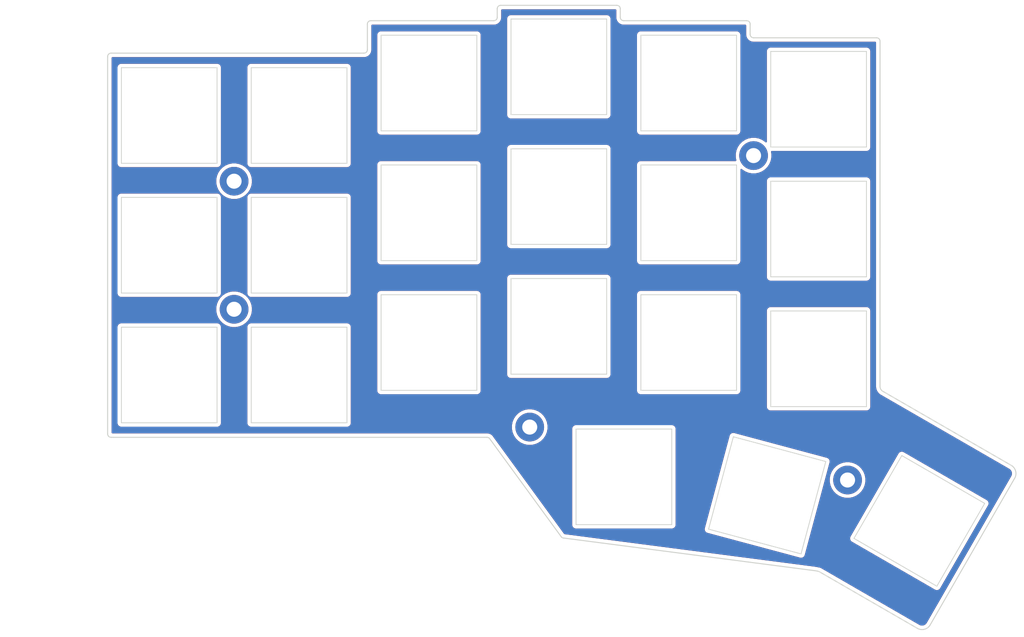
<source format=kicad_pcb>
(kicad_pcb (version 20171130) (host pcbnew "(5.1.5-0-10_14)")

  (general
    (thickness 1.6)
    (drawings 35)
    (tracks 0)
    (zones 0)
    (modules 28)
    (nets 1)
  )

  (page A4)
  (title_block
    (title "Corne Top Plate")
    (date 2018-12-09)
    (rev 2.1)
    (company foostan)
  )

  (layers
    (0 F.Cu signal)
    (31 B.Cu signal)
    (32 B.Adhes user)
    (33 F.Adhes user)
    (34 B.Paste user)
    (35 F.Paste user)
    (36 B.SilkS user)
    (37 F.SilkS user)
    (38 B.Mask user)
    (39 F.Mask user)
    (40 Dwgs.User user)
    (41 Cmts.User user)
    (42 Eco1.User user)
    (43 Eco2.User user)
    (44 Edge.Cuts user)
    (45 Margin user)
    (46 B.CrtYd user)
    (47 F.CrtYd user)
    (48 B.Fab user)
    (49 F.Fab user)
  )

  (setup
    (last_trace_width 0.25)
    (user_trace_width 0.2)
    (user_trace_width 0.5)
    (trace_clearance 0.2)
    (zone_clearance 0.508)
    (zone_45_only no)
    (trace_min 0.2)
    (via_size 0.6)
    (via_drill 0.4)
    (via_min_size 0.4)
    (via_min_drill 0.3)
    (uvia_size 0.3)
    (uvia_drill 0.1)
    (uvias_allowed no)
    (uvia_min_size 0.2)
    (uvia_min_drill 0.1)
    (edge_width 0.15)
    (segment_width 0.1)
    (pcb_text_width 0.3)
    (pcb_text_size 1.5 1.5)
    (mod_edge_width 0.15)
    (mod_text_size 1 1)
    (mod_text_width 0.15)
    (pad_size 4 4)
    (pad_drill 2.2)
    (pad_to_mask_clearance 0.2)
    (aux_axis_origin 174 65.7)
    (grid_origin 70.01 77.125)
    (visible_elements FFFFFF7F)
    (pcbplotparams
      (layerselection 0x010f0_ffffffff)
      (usegerberextensions true)
      (usegerberattributes false)
      (usegerberadvancedattributes false)
      (creategerberjobfile false)
      (excludeedgelayer true)
      (linewidth 0.100000)
      (plotframeref false)
      (viasonmask false)
      (mode 1)
      (useauxorigin false)
      (hpglpennumber 1)
      (hpglpenspeed 20)
      (hpglpendiameter 15.000000)
      (psnegative false)
      (psa4output false)
      (plotreference true)
      (plotvalue true)
      (plotinvisibletext false)
      (padsonsilk false)
      (subtractmaskfromsilk false)
      (outputformat 1)
      (mirror false)
      (drillshape 0)
      (scaleselection 1)
      (outputdirectory "../../../../../../../Desktop/2020-08-15/jlcpcb/corne-top/"))
  )

  (net 0 "")

  (net_class Default "これは標準のネット クラスです。"
    (clearance 0.2)
    (trace_width 0.25)
    (via_dia 0.6)
    (via_drill 0.4)
    (uvia_dia 0.3)
    (uvia_drill 0.1)
  )

  (module kbd:M2_Hole_TH (layer F.Cu) (tedit 5F1B8F36) (tstamp 5AAA7D53)
    (at 169.25 130.5)
    (fp_text reference "" (at 0 -3.2) (layer F.SilkS)
      (effects (font (size 1 1) (thickness 0.15)))
    )
    (fp_text value "" (at 0 3.2) (layer F.Fab)
      (effects (font (size 1 1) (thickness 0.15)))
    )
    (fp_text user %R (at 0.3 0) (layer F.Fab)
      (effects (font (size 1 1) (thickness 0.15)))
    )
    (pad "" thru_hole circle (at 0 0) (size 4.2 4.2) (drill 2.2) (layers *.Cu *.Mask))
  )

  (module kbd:M2_Hole_TH (layer F.Cu) (tedit 5F1B8F36) (tstamp 5AAA5A9F)
    (at 79.5 105.5)
    (fp_text reference "" (at 0 -3.2) (layer F.SilkS)
      (effects (font (size 1 1) (thickness 0.15)))
    )
    (fp_text value "" (at 0 3.2) (layer F.Fab)
      (effects (font (size 1 1) (thickness 0.15)))
    )
    (fp_text user %R (at 0.3 0) (layer F.Fab)
      (effects (font (size 1 1) (thickness 0.15)))
    )
    (pad "" thru_hole circle (at 0 0) (size 4.2 4.2) (drill 2.2) (layers *.Cu *.Mask))
  )

  (module kbd:M2_Hole_TH (layer F.Cu) (tedit 5F1B8F36) (tstamp 5AAA7C39)
    (at 155.5 83)
    (fp_text reference "" (at 0 -3.2) (layer F.SilkS)
      (effects (font (size 1 1) (thickness 0.15)))
    )
    (fp_text value "" (at 0 3.2) (layer F.Fab)
      (effects (font (size 1 1) (thickness 0.15)))
    )
    (fp_text user %R (at 0.3 0) (layer F.Fab)
      (effects (font (size 1 1) (thickness 0.15)))
    )
    (pad "" thru_hole circle (at 0 0) (size 4.2 4.2) (drill 2.2) (layers *.Cu *.Mask))
  )

  (module kbd:M2_Hole_TH (layer F.Cu) (tedit 5F1B8F36) (tstamp 5AAA5A7C)
    (at 79.5 86.75)
    (fp_text reference "" (at 0 -3.2) (layer F.SilkS)
      (effects (font (size 1 1) (thickness 0.15)))
    )
    (fp_text value "" (at 0 3.2) (layer F.Fab)
      (effects (font (size 1 1) (thickness 0.15)))
    )
    (fp_text user %R (at 0.3 0) (layer F.Fab)
      (effects (font (size 1 1) (thickness 0.15)))
    )
    (pad "" thru_hole circle (at 0 0) (size 4.2 4.2) (drill 2.2) (layers *.Cu *.Mask))
  )

  (module kbd:M2_Hole_TH (layer F.Cu) (tedit 5F1B8F36) (tstamp 5AAA7C4A)
    (at 122.75 122.75)
    (fp_text reference "" (at 0 -3.2) (layer F.SilkS)
      (effects (font (size 1 1) (thickness 0.15)))
    )
    (fp_text value "" (at 0 3.2) (layer F.Fab)
      (effects (font (size 1 1) (thickness 0.15)))
    )
    (fp_text user %R (at 0.3 0) (layer F.Fab)
      (effects (font (size 1 1) (thickness 0.15)))
    )
    (pad "" thru_hole circle (at 0 0) (size 4.2 4.2) (drill 2.2) (layers *.Cu *.Mask))
  )

  (module kbd:corne-logo-horizontal-mask (layer B.Cu) (tedit 5F379277) (tstamp 5F37F48F)
    (at 108.085 121.975 180)
    (fp_text reference G*** (at 0 0) (layer B.SilkS) hide
      (effects (font (size 1.524 1.524) (thickness 0.3)) (justify mirror))
    )
    (fp_text value LOGO (at 0.75 0) (layer B.SilkS) hide
      (effects (font (size 1.524 1.524) (thickness 0.3)) (justify mirror))
    )
    (fp_poly (pts (xy -4.440451 1.224012) (xy -4.325752 1.197898) (xy -4.10465 1.107361) (xy -3.913207 0.980964)
      (xy -3.756278 0.823012) (xy -3.638718 0.637812) (xy -3.604063 0.557746) (xy -3.570036 0.464269)
      (xy -3.558417 0.405239) (xy -3.575702 0.372739) (xy -3.628388 0.358851) (xy -3.722971 0.355657)
      (xy -3.769931 0.3556) (xy -3.983861 0.355601) (xy -4.014767 0.449246) (xy -4.081357 0.575106)
      (xy -4.187862 0.686497) (xy -4.324037 0.776988) (xy -4.479636 0.840146) (xy -4.644415 0.869539)
      (xy -4.686301 0.870858) (xy -4.868631 0.84809) (xy -5.038935 0.783779) (xy -5.188484 0.683911)
      (xy -5.308547 0.554474) (xy -5.390395 0.401453) (xy -5.396593 0.383733) (xy -5.430144 0.225076)
      (xy -5.435927 0.049598) (xy -5.415241 -0.124327) (xy -5.369387 -0.278322) (xy -5.346325 -0.326531)
      (xy -5.240596 -0.477138) (xy -5.105721 -0.589303) (xy -4.958398 -0.660915) (xy -4.779711 -0.703926)
      (xy -4.600241 -0.703773) (xy -4.428428 -0.663785) (xy -4.27271 -0.587291) (xy -4.141526 -0.477622)
      (xy -4.043316 -0.338106) (xy -4.021733 -0.291389) (xy -3.9751 -0.17799) (xy -3.76555 -0.177895)
      (xy -3.662832 -0.178561) (xy -3.600716 -0.18262) (xy -3.569005 -0.192992) (xy -3.557503 -0.212594)
      (xy -3.556 -0.237887) (xy -3.571525 -0.312902) (xy -3.613076 -0.412781) (xy -3.673122 -0.524252)
      (xy -3.744131 -0.634041) (xy -3.818571 -0.728876) (xy -3.857462 -0.769119) (xy -4.037236 -0.904131)
      (xy -4.246093 -1.004811) (xy -4.47294 -1.067913) (xy -4.706682 -1.090194) (xy -4.9022 -1.074664)
      (xy -5.095413 -1.023943) (xy -5.283049 -0.940877) (xy -5.45274 -0.83286) (xy -5.592117 -0.707289)
      (xy -5.659011 -0.622165) (xy -5.74034 -0.487841) (xy -5.79623 -0.362887) (xy -5.830809 -0.232138)
      (xy -5.848207 -0.08043) (xy -5.852586 0.0889) (xy -5.851081 0.229806) (xy -5.845379 0.333812)
      (xy -5.833702 0.414764) (xy -5.81427 0.486506) (xy -5.794649 0.539803) (xy -5.689003 0.739457)
      (xy -5.542738 0.915974) (xy -5.363624 1.061684) (xy -5.159431 1.168915) (xy -5.1562 1.170198)
      (xy -5.000217 1.214086) (xy -4.816245 1.238108) (xy -4.623313 1.241628) (xy -4.440451 1.224012)) (layer B.Mask) (width 0.01))
    (fp_poly (pts (xy -2.057514 1.23816) (xy -1.80406 1.202889) (xy -1.575975 1.126193) (xy -1.376325 1.010135)
      (xy -1.208175 0.856778) (xy -1.074592 0.668184) (xy -1.010044 0.5334) (xy -0.978482 0.419295)
      (xy -0.958215 0.271629) (xy -0.94947 0.10642) (xy -0.952475 -0.060313) (xy -0.967457 -0.212551)
      (xy -0.994644 -0.334275) (xy -0.997595 -0.3429) (xy -1.093981 -0.540172) (xy -1.233225 -0.716574)
      (xy -1.409821 -0.866769) (xy -1.618259 -0.985421) (xy -1.69316 -1.01677) (xy -1.825179 -1.053019)
      (xy -1.988165 -1.076467) (xy -2.163719 -1.086287) (xy -2.33344 -1.08165) (xy -2.478926 -1.061729)
      (xy -2.511747 -1.053599) (xy -2.725647 -0.971401) (xy -2.920379 -0.853093) (xy -3.087345 -0.705635)
      (xy -3.217944 -0.535986) (xy -3.268818 -0.440895) (xy -3.307163 -0.338102) (xy -3.341349 -0.213876)
      (xy -3.361401 -0.110628) (xy -3.368752 0.030776) (xy -2.944426 0.030776) (xy -2.930091 -0.116866)
      (xy -2.909959 -0.198207) (xy -2.856706 -0.310941) (xy -2.776305 -0.426333) (xy -2.682322 -0.527702)
      (xy -2.588326 -0.598365) (xy -2.581542 -0.60202) (xy -2.384802 -0.678118) (xy -2.179811 -0.708463)
      (xy -1.976396 -0.692243) (xy -1.863836 -0.661468) (xy -1.686556 -0.574347) (xy -1.54209 -0.450677)
      (xy -1.434913 -0.294341) (xy -1.43048 -0.285466) (xy -1.37749 -0.129401) (xy -1.355507 0.047702)
      (xy -1.364861 0.226983) (xy -1.405879 0.389579) (xy -1.418211 0.4191) (xy -1.515542 0.578094)
      (xy -1.643239 0.702908) (xy -1.793936 0.793377) (xy -1.960264 0.849334) (xy -2.134858 0.870614)
      (xy -2.310351 0.857051) (xy -2.479376 0.808478) (xy -2.634566 0.72473) (xy -2.768555 0.60564)
      (xy -2.873535 0.451899) (xy -2.915081 0.334193) (xy -2.939067 0.187474) (xy -2.944426 0.030776)
      (xy -3.368752 0.030776) (xy -3.374262 0.136764) (xy -3.34185 0.371307) (xy -3.26665 0.587948)
      (xy -3.151143 0.781635) (xy -2.997813 0.947313) (xy -2.80914 1.079931) (xy -2.765081 1.103197)
      (xy -2.590795 1.177947) (xy -2.41947 1.222719) (xy -2.233595 1.240853) (xy -2.057514 1.23816)) (layer B.Mask) (width 0.01))
    (fp_poly (pts (xy 4.73403 1.221594) (xy 4.956394 1.155295) (xy 5.154633 1.049787) (xy 5.324579 0.909153)
      (xy 5.462059 0.737476) (xy 5.562904 0.538838) (xy 5.622943 0.317322) (xy 5.6388 0.121664)
      (xy 5.6388 -0.0254) (xy 3.7338 -0.0254) (xy 3.7338 -0.098498) (xy 3.756717 -0.221649)
      (xy 3.820155 -0.349172) (xy 3.916143 -0.470298) (xy 4.036711 -0.574256) (xy 4.125888 -0.628239)
      (xy 4.261742 -0.679647) (xy 4.422404 -0.704683) (xy 4.435372 -0.705596) (xy 4.617629 -0.703127)
      (xy 4.771303 -0.666329) (xy 4.908995 -0.590614) (xy 5.023693 -0.491419) (xy 5.159513 -0.3556)
      (xy 5.362768 -0.3556) (xy 5.463311 -0.356246) (xy 5.522533 -0.360122) (xy 5.54991 -0.370133)
      (xy 5.554919 -0.389182) (xy 5.54923 -0.41275) (xy 5.510917 -0.498398) (xy 5.445999 -0.601086)
      (xy 5.366274 -0.704606) (xy 5.283544 -0.792746) (xy 5.253357 -0.819173) (xy 5.05449 -0.948773)
      (xy 4.831802 -1.038237) (xy 4.595096 -1.085509) (xy 4.354173 -1.088535) (xy 4.142857 -1.052004)
      (xy 3.921745 -0.967879) (xy 3.726925 -0.844023) (xy 3.563325 -0.685554) (xy 3.435874 -0.49759)
      (xy 3.349501 -0.285249) (xy 3.330344 -0.208299) (xy 3.299808 0.041758) (xy 3.313541 0.281339)
      (xy 3.325722 0.3302) (xy 3.735057 0.3302) (xy 4.458328 0.3302) (xy 4.670914 0.330472)
      (xy 4.837999 0.331479) (xy 4.964879 0.333506) (xy 5.056851 0.336842) (xy 5.119212 0.341771)
      (xy 5.157259 0.34858) (xy 5.176288 0.357556) (xy 5.181597 0.368986) (xy 5.1816 0.369312)
      (xy 5.161223 0.451242) (xy 5.106525 0.546827) (xy 5.027152 0.644278) (xy 4.932748 0.731805)
      (xy 4.832961 0.797617) (xy 4.829903 0.799174) (xy 4.690847 0.846723) (xy 4.526733 0.867986)
      (xy 4.355928 0.86304) (xy 4.196798 0.831961) (xy 4.10506 0.796156) (xy 3.958526 0.694514)
      (xy 3.839649 0.553203) (xy 3.759265 0.393873) (xy 3.735057 0.3302) (xy 3.325722 0.3302)
      (xy 3.369367 0.505265) (xy 3.465106 0.708357) (xy 3.598579 0.885437) (xy 3.767608 1.031328)
      (xy 3.880499 1.099311) (xy 4.075103 1.183254) (xy 4.272426 1.230099) (xy 4.491713 1.2446)
      (xy 4.73403 1.221594)) (layer B.Mask) (width 0.01))
    (fp_poly (pts (xy 0.539737 1.254564) (xy 0.6858 1.238039) (xy 0.6858 0.867271) (xy 0.55245 0.880932)
      (xy 0.368351 0.875861) (xy 0.198952 0.824078) (xy 0.050381 0.728944) (xy -0.071234 0.593821)
      (xy -0.120111 0.512131) (xy -0.2032 0.351162) (xy -0.2032 -1.0414) (xy -0.635 -1.0414)
      (xy -0.635 1.221255) (xy -0.42545 1.213878) (xy -0.2159 1.2065) (xy -0.1905 0.984642)
      (xy -0.139731 1.041054) (xy -0.021554 1.137643) (xy 0.130298 1.208733) (xy 0.303542 1.250464)
      (xy 0.48589 1.258975) (xy 0.539737 1.254564)) (layer B.Mask) (width 0.01))
    (fp_poly (pts (xy 2.201991 1.231209) (xy 2.296075 1.227549) (xy 2.36649 1.218545) (xy 2.426801 1.201819)
      (xy 2.49057 1.174995) (xy 2.544751 1.148829) (xy 2.715798 1.040487) (xy 2.849048 0.901327)
      (xy 2.946379 0.728622) (xy 3.009668 0.519646) (xy 3.021075 0.4572) (xy 3.028364 0.38623)
      (xy 3.034903 0.273475) (xy 3.040403 0.127951) (xy 3.044574 -0.04133) (xy 3.047127 -0.225353)
      (xy 3.047808 -0.37465) (xy 3.048 -1.0414) (xy 2.6162 -1.0414) (xy 2.6162 -0.32211)
      (xy 2.615593 -0.093457) (xy 2.6136 0.090242) (xy 2.609963 0.234823) (xy 2.604422 0.346118)
      (xy 2.596719 0.429963) (xy 2.586595 0.492191) (xy 2.578697 0.523466) (xy 2.513937 0.661693)
      (xy 2.41303 0.764894) (xy 2.277603 0.832016) (xy 2.10928 0.862001) (xy 2.054812 0.8636)
      (xy 1.892341 0.853183) (xy 1.762362 0.818306) (xy 1.650264 0.753528) (xy 1.57036 0.683274)
      (xy 1.516173 0.626269) (xy 1.472791 0.570499) (xy 1.439023 0.509635) (xy 1.413679 0.437348)
      (xy 1.395567 0.347311) (xy 1.383496 0.233195) (xy 1.376277 0.088673) (xy 1.372717 -0.092585)
      (xy 1.371626 -0.316907) (xy 1.3716 -0.37291) (xy 1.3716 -1.0414) (xy 0.9398 -1.0414)
      (xy 0.9398 1.2192) (xy 1.3716 1.2192) (xy 1.3716 0.961293) (xy 1.453864 1.043558)
      (xy 1.540252 1.119164) (xy 1.630955 1.172431) (xy 1.736978 1.206718) (xy 1.869324 1.225384)
      (xy 2.038995 1.231789) (xy 2.070674 1.2319) (xy 2.201991 1.231209)) (layer B.Mask) (width 0.01))
  )

  (module kbd:corne-logo-horizontal-mask (layer F.Cu) (tedit 5F379277) (tstamp 5F37F485)
    (at 108.335 121.925)
    (fp_text reference G*** (at 0 0) (layer F.SilkS) hide
      (effects (font (size 1.524 1.524) (thickness 0.3)))
    )
    (fp_text value LOGO (at 0.75 0) (layer F.SilkS) hide
      (effects (font (size 1.524 1.524) (thickness 0.3)))
    )
    (fp_poly (pts (xy 2.201991 -1.231209) (xy 2.296075 -1.227549) (xy 2.36649 -1.218545) (xy 2.426801 -1.201819)
      (xy 2.49057 -1.174995) (xy 2.544751 -1.148829) (xy 2.715798 -1.040487) (xy 2.849048 -0.901327)
      (xy 2.946379 -0.728622) (xy 3.009668 -0.519646) (xy 3.021075 -0.4572) (xy 3.028364 -0.38623)
      (xy 3.034903 -0.273475) (xy 3.040403 -0.127951) (xy 3.044574 0.04133) (xy 3.047127 0.225353)
      (xy 3.047808 0.37465) (xy 3.048 1.0414) (xy 2.6162 1.0414) (xy 2.6162 0.32211)
      (xy 2.615593 0.093457) (xy 2.6136 -0.090242) (xy 2.609963 -0.234823) (xy 2.604422 -0.346118)
      (xy 2.596719 -0.429963) (xy 2.586595 -0.492191) (xy 2.578697 -0.523466) (xy 2.513937 -0.661693)
      (xy 2.41303 -0.764894) (xy 2.277603 -0.832016) (xy 2.10928 -0.862001) (xy 2.054812 -0.8636)
      (xy 1.892341 -0.853183) (xy 1.762362 -0.818306) (xy 1.650264 -0.753528) (xy 1.57036 -0.683274)
      (xy 1.516173 -0.626269) (xy 1.472791 -0.570499) (xy 1.439023 -0.509635) (xy 1.413679 -0.437348)
      (xy 1.395567 -0.347311) (xy 1.383496 -0.233195) (xy 1.376277 -0.088673) (xy 1.372717 0.092585)
      (xy 1.371626 0.316907) (xy 1.3716 0.37291) (xy 1.3716 1.0414) (xy 0.9398 1.0414)
      (xy 0.9398 -1.2192) (xy 1.3716 -1.2192) (xy 1.3716 -0.961293) (xy 1.453864 -1.043558)
      (xy 1.540252 -1.119164) (xy 1.630955 -1.172431) (xy 1.736978 -1.206718) (xy 1.869324 -1.225384)
      (xy 2.038995 -1.231789) (xy 2.070674 -1.2319) (xy 2.201991 -1.231209)) (layer F.Mask) (width 0.01))
    (fp_poly (pts (xy 0.539737 -1.254564) (xy 0.6858 -1.238039) (xy 0.6858 -0.867271) (xy 0.55245 -0.880932)
      (xy 0.368351 -0.875861) (xy 0.198952 -0.824078) (xy 0.050381 -0.728944) (xy -0.071234 -0.593821)
      (xy -0.120111 -0.512131) (xy -0.2032 -0.351162) (xy -0.2032 1.0414) (xy -0.635 1.0414)
      (xy -0.635 -1.221255) (xy -0.42545 -1.213878) (xy -0.2159 -1.2065) (xy -0.1905 -0.984642)
      (xy -0.139731 -1.041054) (xy -0.021554 -1.137643) (xy 0.130298 -1.208733) (xy 0.303542 -1.250464)
      (xy 0.48589 -1.258975) (xy 0.539737 -1.254564)) (layer F.Mask) (width 0.01))
    (fp_poly (pts (xy 4.73403 -1.221594) (xy 4.956394 -1.155295) (xy 5.154633 -1.049787) (xy 5.324579 -0.909153)
      (xy 5.462059 -0.737476) (xy 5.562904 -0.538838) (xy 5.622943 -0.317322) (xy 5.6388 -0.121664)
      (xy 5.6388 0.0254) (xy 3.7338 0.0254) (xy 3.7338 0.098498) (xy 3.756717 0.221649)
      (xy 3.820155 0.349172) (xy 3.916143 0.470298) (xy 4.036711 0.574256) (xy 4.125888 0.628239)
      (xy 4.261742 0.679647) (xy 4.422404 0.704683) (xy 4.435372 0.705596) (xy 4.617629 0.703127)
      (xy 4.771303 0.666329) (xy 4.908995 0.590614) (xy 5.023693 0.491419) (xy 5.159513 0.3556)
      (xy 5.362768 0.3556) (xy 5.463311 0.356246) (xy 5.522533 0.360122) (xy 5.54991 0.370133)
      (xy 5.554919 0.389182) (xy 5.54923 0.41275) (xy 5.510917 0.498398) (xy 5.445999 0.601086)
      (xy 5.366274 0.704606) (xy 5.283544 0.792746) (xy 5.253357 0.819173) (xy 5.05449 0.948773)
      (xy 4.831802 1.038237) (xy 4.595096 1.085509) (xy 4.354173 1.088535) (xy 4.142857 1.052004)
      (xy 3.921745 0.967879) (xy 3.726925 0.844023) (xy 3.563325 0.685554) (xy 3.435874 0.49759)
      (xy 3.349501 0.285249) (xy 3.330344 0.208299) (xy 3.299808 -0.041758) (xy 3.313541 -0.281339)
      (xy 3.325722 -0.3302) (xy 3.735057 -0.3302) (xy 4.458328 -0.3302) (xy 4.670914 -0.330472)
      (xy 4.837999 -0.331479) (xy 4.964879 -0.333506) (xy 5.056851 -0.336842) (xy 5.119212 -0.341771)
      (xy 5.157259 -0.34858) (xy 5.176288 -0.357556) (xy 5.181597 -0.368986) (xy 5.1816 -0.369312)
      (xy 5.161223 -0.451242) (xy 5.106525 -0.546827) (xy 5.027152 -0.644278) (xy 4.932748 -0.731805)
      (xy 4.832961 -0.797617) (xy 4.829903 -0.799174) (xy 4.690847 -0.846723) (xy 4.526733 -0.867986)
      (xy 4.355928 -0.86304) (xy 4.196798 -0.831961) (xy 4.10506 -0.796156) (xy 3.958526 -0.694514)
      (xy 3.839649 -0.553203) (xy 3.759265 -0.393873) (xy 3.735057 -0.3302) (xy 3.325722 -0.3302)
      (xy 3.369367 -0.505265) (xy 3.465106 -0.708357) (xy 3.598579 -0.885437) (xy 3.767608 -1.031328)
      (xy 3.880499 -1.099311) (xy 4.075103 -1.183254) (xy 4.272426 -1.230099) (xy 4.491713 -1.2446)
      (xy 4.73403 -1.221594)) (layer F.Mask) (width 0.01))
    (fp_poly (pts (xy -2.057514 -1.23816) (xy -1.80406 -1.202889) (xy -1.575975 -1.126193) (xy -1.376325 -1.010135)
      (xy -1.208175 -0.856778) (xy -1.074592 -0.668184) (xy -1.010044 -0.5334) (xy -0.978482 -0.419295)
      (xy -0.958215 -0.271629) (xy -0.94947 -0.10642) (xy -0.952475 0.060313) (xy -0.967457 0.212551)
      (xy -0.994644 0.334275) (xy -0.997595 0.3429) (xy -1.093981 0.540172) (xy -1.233225 0.716574)
      (xy -1.409821 0.866769) (xy -1.618259 0.985421) (xy -1.69316 1.01677) (xy -1.825179 1.053019)
      (xy -1.988165 1.076467) (xy -2.163719 1.086287) (xy -2.33344 1.08165) (xy -2.478926 1.061729)
      (xy -2.511747 1.053599) (xy -2.725647 0.971401) (xy -2.920379 0.853093) (xy -3.087345 0.705635)
      (xy -3.217944 0.535986) (xy -3.268818 0.440895) (xy -3.307163 0.338102) (xy -3.341349 0.213876)
      (xy -3.361401 0.110628) (xy -3.368752 -0.030776) (xy -2.944426 -0.030776) (xy -2.930091 0.116866)
      (xy -2.909959 0.198207) (xy -2.856706 0.310941) (xy -2.776305 0.426333) (xy -2.682322 0.527702)
      (xy -2.588326 0.598365) (xy -2.581542 0.60202) (xy -2.384802 0.678118) (xy -2.179811 0.708463)
      (xy -1.976396 0.692243) (xy -1.863836 0.661468) (xy -1.686556 0.574347) (xy -1.54209 0.450677)
      (xy -1.434913 0.294341) (xy -1.43048 0.285466) (xy -1.37749 0.129401) (xy -1.355507 -0.047702)
      (xy -1.364861 -0.226983) (xy -1.405879 -0.389579) (xy -1.418211 -0.4191) (xy -1.515542 -0.578094)
      (xy -1.643239 -0.702908) (xy -1.793936 -0.793377) (xy -1.960264 -0.849334) (xy -2.134858 -0.870614)
      (xy -2.310351 -0.857051) (xy -2.479376 -0.808478) (xy -2.634566 -0.72473) (xy -2.768555 -0.60564)
      (xy -2.873535 -0.451899) (xy -2.915081 -0.334193) (xy -2.939067 -0.187474) (xy -2.944426 -0.030776)
      (xy -3.368752 -0.030776) (xy -3.374262 -0.136764) (xy -3.34185 -0.371307) (xy -3.26665 -0.587948)
      (xy -3.151143 -0.781635) (xy -2.997813 -0.947313) (xy -2.80914 -1.079931) (xy -2.765081 -1.103197)
      (xy -2.590795 -1.177947) (xy -2.41947 -1.222719) (xy -2.233595 -1.240853) (xy -2.057514 -1.23816)) (layer F.Mask) (width 0.01))
    (fp_poly (pts (xy -4.440451 -1.224012) (xy -4.325752 -1.197898) (xy -4.10465 -1.107361) (xy -3.913207 -0.980964)
      (xy -3.756278 -0.823012) (xy -3.638718 -0.637812) (xy -3.604063 -0.557746) (xy -3.570036 -0.464269)
      (xy -3.558417 -0.405239) (xy -3.575702 -0.372739) (xy -3.628388 -0.358851) (xy -3.722971 -0.355657)
      (xy -3.769931 -0.3556) (xy -3.983861 -0.355601) (xy -4.014767 -0.449246) (xy -4.081357 -0.575106)
      (xy -4.187862 -0.686497) (xy -4.324037 -0.776988) (xy -4.479636 -0.840146) (xy -4.644415 -0.869539)
      (xy -4.686301 -0.870858) (xy -4.868631 -0.84809) (xy -5.038935 -0.783779) (xy -5.188484 -0.683911)
      (xy -5.308547 -0.554474) (xy -5.390395 -0.401453) (xy -5.396593 -0.383733) (xy -5.430144 -0.225076)
      (xy -5.435927 -0.049598) (xy -5.415241 0.124327) (xy -5.369387 0.278322) (xy -5.346325 0.326531)
      (xy -5.240596 0.477138) (xy -5.105721 0.589303) (xy -4.958398 0.660915) (xy -4.779711 0.703926)
      (xy -4.600241 0.703773) (xy -4.428428 0.663785) (xy -4.27271 0.587291) (xy -4.141526 0.477622)
      (xy -4.043316 0.338106) (xy -4.021733 0.291389) (xy -3.9751 0.17799) (xy -3.76555 0.177895)
      (xy -3.662832 0.178561) (xy -3.600716 0.18262) (xy -3.569005 0.192992) (xy -3.557503 0.212594)
      (xy -3.556 0.237887) (xy -3.571525 0.312902) (xy -3.613076 0.412781) (xy -3.673122 0.524252)
      (xy -3.744131 0.634041) (xy -3.818571 0.728876) (xy -3.857462 0.769119) (xy -4.037236 0.904131)
      (xy -4.246093 1.004811) (xy -4.47294 1.067913) (xy -4.706682 1.090194) (xy -4.9022 1.074664)
      (xy -5.095413 1.023943) (xy -5.283049 0.940877) (xy -5.45274 0.83286) (xy -5.592117 0.707289)
      (xy -5.659011 0.622165) (xy -5.74034 0.487841) (xy -5.79623 0.362887) (xy -5.830809 0.232138)
      (xy -5.848207 0.08043) (xy -5.852586 -0.0889) (xy -5.851081 -0.229806) (xy -5.845379 -0.333812)
      (xy -5.833702 -0.414764) (xy -5.81427 -0.486506) (xy -5.794649 -0.539803) (xy -5.689003 -0.739457)
      (xy -5.542738 -0.915974) (xy -5.363624 -1.061684) (xy -5.159431 -1.168915) (xy -5.1562 -1.170198)
      (xy -5.000217 -1.214086) (xy -4.816245 -1.238108) (xy -4.623313 -1.241628) (xy -4.440451 -1.224012)) (layer F.Mask) (width 0.01))
  )

  (module kbd:SW_Hole (layer F.Cu) (tedit 5F1B7F65) (tstamp 5DC20BEA)
    (at 179.75 136.485 330)
    (fp_text reference SW2 (at 7 8.1 150) (layer F.SilkS) hide
      (effects (font (size 1 1) (thickness 0.15)))
    )
    (fp_text value KEY_SWITCH (at -7.4 -8.1 150) (layer F.Fab) hide
      (effects (font (size 1 1) (thickness 0.15)))
    )
    (fp_line (start 7 -7) (end -7 -7) (layer Edge.Cuts) (width 0.12))
    (fp_line (start 7 7) (end 7 -7) (layer Edge.Cuts) (width 0.12))
    (fp_line (start -7 7) (end 7 7) (layer Edge.Cuts) (width 0.12))
    (fp_line (start -7 -7) (end -7 7) (layer Edge.Cuts) (width 0.12))
    (fp_line (start 9.525 -9.525) (end -9.525 -9.525) (layer F.Fab) (width 0.15))
    (fp_line (start -9.525 -9.525) (end -9.525 9.525) (layer F.Fab) (width 0.15))
    (fp_line (start -9.525 9.525) (end 9.525 9.525) (layer F.Fab) (width 0.15))
    (fp_line (start 9.525 9.525) (end 9.525 -9.525) (layer F.Fab) (width 0.15))
  )

  (module kbd:SW_Hole (layer F.Cu) (tedit 5F1B7F65) (tstamp 5DC20BC9)
    (at 157.492 132.744 345)
    (fp_text reference SW2 (at 7.000001 8.1 165) (layer F.SilkS) hide
      (effects (font (size 1 1) (thickness 0.15)))
    )
    (fp_text value KEY_SWITCH (at -7.4 -8.1 165) (layer F.Fab) hide
      (effects (font (size 1 1) (thickness 0.15)))
    )
    (fp_line (start 7 -7) (end -7 -7) (layer Edge.Cuts) (width 0.12))
    (fp_line (start 7 7) (end 7 -7) (layer Edge.Cuts) (width 0.12))
    (fp_line (start -7 7) (end 7 7) (layer Edge.Cuts) (width 0.12))
    (fp_line (start -7 -7) (end -7 7) (layer Edge.Cuts) (width 0.12))
    (fp_line (start 9.525 -9.525) (end -9.525 -9.525) (layer F.Fab) (width 0.15))
    (fp_line (start -9.525 -9.525) (end -9.525 9.525) (layer F.Fab) (width 0.15))
    (fp_line (start -9.525 9.525) (end 9.525 9.525) (layer F.Fab) (width 0.15))
    (fp_line (start 9.525 9.525) (end 9.525 -9.525) (layer F.Fab) (width 0.15))
  )

  (module kbd:SW_Hole (layer F.Cu) (tedit 5F1B7F65) (tstamp 5DC20B59)
    (at 136.53 130.035)
    (fp_text reference SW2 (at 7 8.1) (layer F.SilkS) hide
      (effects (font (size 1 1) (thickness 0.15)))
    )
    (fp_text value KEY_SWITCH (at -7.4 -8.1) (layer F.Fab) hide
      (effects (font (size 1 1) (thickness 0.15)))
    )
    (fp_line (start 7 -7) (end -7 -7) (layer Edge.Cuts) (width 0.12))
    (fp_line (start 7 7) (end 7 -7) (layer Edge.Cuts) (width 0.12))
    (fp_line (start -7 7) (end 7 7) (layer Edge.Cuts) (width 0.12))
    (fp_line (start -7 -7) (end -7 7) (layer Edge.Cuts) (width 0.12))
    (fp_line (start 9.525 -9.525) (end -9.525 -9.525) (layer F.Fab) (width 0.15))
    (fp_line (start -9.525 -9.525) (end -9.525 9.525) (layer F.Fab) (width 0.15))
    (fp_line (start -9.525 9.525) (end 9.525 9.525) (layer F.Fab) (width 0.15))
    (fp_line (start 9.525 9.525) (end 9.525 -9.525) (layer F.Fab) (width 0.15))
  )

  (module kbd:SW_Hole (layer F.Cu) (tedit 5F1B7F65) (tstamp 5DC20AAA)
    (at 165.01 112.75)
    (fp_text reference SW2 (at 7 8.1) (layer F.SilkS) hide
      (effects (font (size 1 1) (thickness 0.15)))
    )
    (fp_text value KEY_SWITCH (at -7.4 -8.1) (layer F.Fab) hide
      (effects (font (size 1 1) (thickness 0.15)))
    )
    (fp_line (start 7 -7) (end -7 -7) (layer Edge.Cuts) (width 0.12))
    (fp_line (start 7 7) (end 7 -7) (layer Edge.Cuts) (width 0.12))
    (fp_line (start -7 7) (end 7 7) (layer Edge.Cuts) (width 0.12))
    (fp_line (start -7 -7) (end -7 7) (layer Edge.Cuts) (width 0.12))
    (fp_line (start 9.525 -9.525) (end -9.525 -9.525) (layer F.Fab) (width 0.15))
    (fp_line (start -9.525 -9.525) (end -9.525 9.525) (layer F.Fab) (width 0.15))
    (fp_line (start -9.525 9.525) (end 9.525 9.525) (layer F.Fab) (width 0.15))
    (fp_line (start 9.525 9.525) (end 9.525 -9.525) (layer F.Fab) (width 0.15))
  )

  (module kbd:SW_Hole (layer F.Cu) (tedit 5F1B7F65) (tstamp 5DC20A9F)
    (at 165.01 74.75)
    (fp_text reference SW2 (at 7 8.1) (layer F.SilkS) hide
      (effects (font (size 1 1) (thickness 0.15)))
    )
    (fp_text value KEY_SWITCH (at -7.4 -8.1) (layer F.Fab) hide
      (effects (font (size 1 1) (thickness 0.15)))
    )
    (fp_line (start 7 -7) (end -7 -7) (layer Edge.Cuts) (width 0.12))
    (fp_line (start 7 7) (end 7 -7) (layer Edge.Cuts) (width 0.12))
    (fp_line (start -7 7) (end 7 7) (layer Edge.Cuts) (width 0.12))
    (fp_line (start -7 -7) (end -7 7) (layer Edge.Cuts) (width 0.12))
    (fp_line (start 9.525 -9.525) (end -9.525 -9.525) (layer F.Fab) (width 0.15))
    (fp_line (start -9.525 -9.525) (end -9.525 9.525) (layer F.Fab) (width 0.15))
    (fp_line (start -9.525 9.525) (end 9.525 9.525) (layer F.Fab) (width 0.15))
    (fp_line (start 9.525 9.525) (end 9.525 -9.525) (layer F.Fab) (width 0.15))
  )

  (module kbd:SW_Hole (layer F.Cu) (tedit 5F1B7F65) (tstamp 5DC20A94)
    (at 165.01 93.75)
    (fp_text reference SW2 (at 7 8.1) (layer F.SilkS) hide
      (effects (font (size 1 1) (thickness 0.15)))
    )
    (fp_text value KEY_SWITCH (at -7.4 -8.1) (layer F.Fab) hide
      (effects (font (size 1 1) (thickness 0.15)))
    )
    (fp_line (start 7 -7) (end -7 -7) (layer Edge.Cuts) (width 0.12))
    (fp_line (start 7 7) (end 7 -7) (layer Edge.Cuts) (width 0.12))
    (fp_line (start -7 7) (end 7 7) (layer Edge.Cuts) (width 0.12))
    (fp_line (start -7 -7) (end -7 7) (layer Edge.Cuts) (width 0.12))
    (fp_line (start 9.525 -9.525) (end -9.525 -9.525) (layer F.Fab) (width 0.15))
    (fp_line (start -9.525 -9.525) (end -9.525 9.525) (layer F.Fab) (width 0.15))
    (fp_line (start -9.525 9.525) (end 9.525 9.525) (layer F.Fab) (width 0.15))
    (fp_line (start 9.525 9.525) (end 9.525 -9.525) (layer F.Fab) (width 0.15))
  )

  (module kbd:SW_Hole (layer F.Cu) (tedit 5F1B7F65) (tstamp 5DC20A68)
    (at 146.01 91.375)
    (fp_text reference SW2 (at 7 8.1) (layer F.SilkS) hide
      (effects (font (size 1 1) (thickness 0.15)))
    )
    (fp_text value KEY_SWITCH (at -7.4 -8.1) (layer F.Fab) hide
      (effects (font (size 1 1) (thickness 0.15)))
    )
    (fp_line (start 7 -7) (end -7 -7) (layer Edge.Cuts) (width 0.12))
    (fp_line (start 7 7) (end 7 -7) (layer Edge.Cuts) (width 0.12))
    (fp_line (start -7 7) (end 7 7) (layer Edge.Cuts) (width 0.12))
    (fp_line (start -7 -7) (end -7 7) (layer Edge.Cuts) (width 0.12))
    (fp_line (start 9.525 -9.525) (end -9.525 -9.525) (layer F.Fab) (width 0.15))
    (fp_line (start -9.525 -9.525) (end -9.525 9.525) (layer F.Fab) (width 0.15))
    (fp_line (start -9.525 9.525) (end 9.525 9.525) (layer F.Fab) (width 0.15))
    (fp_line (start 9.525 9.525) (end 9.525 -9.525) (layer F.Fab) (width 0.15))
  )

  (module kbd:SW_Hole (layer F.Cu) (tedit 5F1B7F65) (tstamp 5DC20A5D)
    (at 146.01 72.375)
    (fp_text reference SW2 (at 7 8.1) (layer F.SilkS) hide
      (effects (font (size 1 1) (thickness 0.15)))
    )
    (fp_text value KEY_SWITCH (at -7.4 -8.1) (layer F.Fab) hide
      (effects (font (size 1 1) (thickness 0.15)))
    )
    (fp_line (start 7 -7) (end -7 -7) (layer Edge.Cuts) (width 0.12))
    (fp_line (start 7 7) (end 7 -7) (layer Edge.Cuts) (width 0.12))
    (fp_line (start -7 7) (end 7 7) (layer Edge.Cuts) (width 0.12))
    (fp_line (start -7 -7) (end -7 7) (layer Edge.Cuts) (width 0.12))
    (fp_line (start 9.525 -9.525) (end -9.525 -9.525) (layer F.Fab) (width 0.15))
    (fp_line (start -9.525 -9.525) (end -9.525 9.525) (layer F.Fab) (width 0.15))
    (fp_line (start -9.525 9.525) (end 9.525 9.525) (layer F.Fab) (width 0.15))
    (fp_line (start 9.525 9.525) (end 9.525 -9.525) (layer F.Fab) (width 0.15))
  )

  (module kbd:SW_Hole (layer F.Cu) (tedit 5F1B7F65) (tstamp 5DC20A52)
    (at 146.01 110.375)
    (fp_text reference SW2 (at 7 8.1) (layer F.SilkS) hide
      (effects (font (size 1 1) (thickness 0.15)))
    )
    (fp_text value KEY_SWITCH (at -7.4 -8.1) (layer F.Fab) hide
      (effects (font (size 1 1) (thickness 0.15)))
    )
    (fp_line (start 7 -7) (end -7 -7) (layer Edge.Cuts) (width 0.12))
    (fp_line (start 7 7) (end 7 -7) (layer Edge.Cuts) (width 0.12))
    (fp_line (start -7 7) (end 7 7) (layer Edge.Cuts) (width 0.12))
    (fp_line (start -7 -7) (end -7 7) (layer Edge.Cuts) (width 0.12))
    (fp_line (start 9.525 -9.525) (end -9.525 -9.525) (layer F.Fab) (width 0.15))
    (fp_line (start -9.525 -9.525) (end -9.525 9.525) (layer F.Fab) (width 0.15))
    (fp_line (start -9.525 9.525) (end 9.525 9.525) (layer F.Fab) (width 0.15))
    (fp_line (start 9.525 9.525) (end 9.525 -9.525) (layer F.Fab) (width 0.15))
  )

  (module kbd:SW_Hole (layer F.Cu) (tedit 5F1B7F65) (tstamp 5DC20A26)
    (at 127.01 89)
    (fp_text reference SW2 (at 7 8.1) (layer F.SilkS) hide
      (effects (font (size 1 1) (thickness 0.15)))
    )
    (fp_text value KEY_SWITCH (at -7.4 -8.1) (layer F.Fab) hide
      (effects (font (size 1 1) (thickness 0.15)))
    )
    (fp_line (start 7 -7) (end -7 -7) (layer Edge.Cuts) (width 0.12))
    (fp_line (start 7 7) (end 7 -7) (layer Edge.Cuts) (width 0.12))
    (fp_line (start -7 7) (end 7 7) (layer Edge.Cuts) (width 0.12))
    (fp_line (start -7 -7) (end -7 7) (layer Edge.Cuts) (width 0.12))
    (fp_line (start 9.525 -9.525) (end -9.525 -9.525) (layer F.Fab) (width 0.15))
    (fp_line (start -9.525 -9.525) (end -9.525 9.525) (layer F.Fab) (width 0.15))
    (fp_line (start -9.525 9.525) (end 9.525 9.525) (layer F.Fab) (width 0.15))
    (fp_line (start 9.525 9.525) (end 9.525 -9.525) (layer F.Fab) (width 0.15))
  )

  (module kbd:SW_Hole (layer F.Cu) (tedit 5F1B7F65) (tstamp 5DC20A1B)
    (at 127.01 108)
    (fp_text reference SW2 (at 7 8.1) (layer F.SilkS) hide
      (effects (font (size 1 1) (thickness 0.15)))
    )
    (fp_text value KEY_SWITCH (at -7.4 -8.1) (layer F.Fab) hide
      (effects (font (size 1 1) (thickness 0.15)))
    )
    (fp_line (start 7 -7) (end -7 -7) (layer Edge.Cuts) (width 0.12))
    (fp_line (start 7 7) (end 7 -7) (layer Edge.Cuts) (width 0.12))
    (fp_line (start -7 7) (end 7 7) (layer Edge.Cuts) (width 0.12))
    (fp_line (start -7 -7) (end -7 7) (layer Edge.Cuts) (width 0.12))
    (fp_line (start 9.525 -9.525) (end -9.525 -9.525) (layer F.Fab) (width 0.15))
    (fp_line (start -9.525 -9.525) (end -9.525 9.525) (layer F.Fab) (width 0.15))
    (fp_line (start -9.525 9.525) (end 9.525 9.525) (layer F.Fab) (width 0.15))
    (fp_line (start 9.525 9.525) (end 9.525 -9.525) (layer F.Fab) (width 0.15))
  )

  (module kbd:SW_Hole (layer F.Cu) (tedit 5F1B7F65) (tstamp 5DC20A10)
    (at 127.01 70)
    (fp_text reference SW2 (at 7 8.1) (layer F.SilkS) hide
      (effects (font (size 1 1) (thickness 0.15)))
    )
    (fp_text value KEY_SWITCH (at -7.4 -8.1) (layer F.Fab) hide
      (effects (font (size 1 1) (thickness 0.15)))
    )
    (fp_line (start 7 -7) (end -7 -7) (layer Edge.Cuts) (width 0.12))
    (fp_line (start 7 7) (end 7 -7) (layer Edge.Cuts) (width 0.12))
    (fp_line (start -7 7) (end 7 7) (layer Edge.Cuts) (width 0.12))
    (fp_line (start -7 -7) (end -7 7) (layer Edge.Cuts) (width 0.12))
    (fp_line (start 9.525 -9.525) (end -9.525 -9.525) (layer F.Fab) (width 0.15))
    (fp_line (start -9.525 -9.525) (end -9.525 9.525) (layer F.Fab) (width 0.15))
    (fp_line (start -9.525 9.525) (end 9.525 9.525) (layer F.Fab) (width 0.15))
    (fp_line (start 9.525 9.525) (end 9.525 -9.525) (layer F.Fab) (width 0.15))
  )

  (module kbd:SW_Hole (layer F.Cu) (tedit 5F1B7F65) (tstamp 5DC209E4)
    (at 108.01 91.375)
    (fp_text reference SW2 (at 7 8.1) (layer F.SilkS) hide
      (effects (font (size 1 1) (thickness 0.15)))
    )
    (fp_text value KEY_SWITCH (at -7.4 -8.1) (layer F.Fab) hide
      (effects (font (size 1 1) (thickness 0.15)))
    )
    (fp_line (start 7 -7) (end -7 -7) (layer Edge.Cuts) (width 0.12))
    (fp_line (start 7 7) (end 7 -7) (layer Edge.Cuts) (width 0.12))
    (fp_line (start -7 7) (end 7 7) (layer Edge.Cuts) (width 0.12))
    (fp_line (start -7 -7) (end -7 7) (layer Edge.Cuts) (width 0.12))
    (fp_line (start 9.525 -9.525) (end -9.525 -9.525) (layer F.Fab) (width 0.15))
    (fp_line (start -9.525 -9.525) (end -9.525 9.525) (layer F.Fab) (width 0.15))
    (fp_line (start -9.525 9.525) (end 9.525 9.525) (layer F.Fab) (width 0.15))
    (fp_line (start 9.525 9.525) (end 9.525 -9.525) (layer F.Fab) (width 0.15))
  )

  (module kbd:SW_Hole (layer F.Cu) (tedit 5F1B7F65) (tstamp 5DC209D9)
    (at 108.01 110.375)
    (fp_text reference SW2 (at 7 8.1) (layer F.SilkS) hide
      (effects (font (size 1 1) (thickness 0.15)))
    )
    (fp_text value KEY_SWITCH (at -7.4 -8.1) (layer F.Fab) hide
      (effects (font (size 1 1) (thickness 0.15)))
    )
    (fp_line (start 7 -7) (end -7 -7) (layer Edge.Cuts) (width 0.12))
    (fp_line (start 7 7) (end 7 -7) (layer Edge.Cuts) (width 0.12))
    (fp_line (start -7 7) (end 7 7) (layer Edge.Cuts) (width 0.12))
    (fp_line (start -7 -7) (end -7 7) (layer Edge.Cuts) (width 0.12))
    (fp_line (start 9.525 -9.525) (end -9.525 -9.525) (layer F.Fab) (width 0.15))
    (fp_line (start -9.525 -9.525) (end -9.525 9.525) (layer F.Fab) (width 0.15))
    (fp_line (start -9.525 9.525) (end 9.525 9.525) (layer F.Fab) (width 0.15))
    (fp_line (start 9.525 9.525) (end 9.525 -9.525) (layer F.Fab) (width 0.15))
  )

  (module kbd:SW_Hole (layer F.Cu) (tedit 5F1B7F65) (tstamp 5DC209CE)
    (at 108.01 72.375)
    (fp_text reference SW2 (at 7 8.1) (layer F.SilkS) hide
      (effects (font (size 1 1) (thickness 0.15)))
    )
    (fp_text value KEY_SWITCH (at -7.4 -8.1) (layer F.Fab) hide
      (effects (font (size 1 1) (thickness 0.15)))
    )
    (fp_line (start 7 -7) (end -7 -7) (layer Edge.Cuts) (width 0.12))
    (fp_line (start 7 7) (end 7 -7) (layer Edge.Cuts) (width 0.12))
    (fp_line (start -7 7) (end 7 7) (layer Edge.Cuts) (width 0.12))
    (fp_line (start -7 -7) (end -7 7) (layer Edge.Cuts) (width 0.12))
    (fp_line (start 9.525 -9.525) (end -9.525 -9.525) (layer F.Fab) (width 0.15))
    (fp_line (start -9.525 -9.525) (end -9.525 9.525) (layer F.Fab) (width 0.15))
    (fp_line (start -9.525 9.525) (end 9.525 9.525) (layer F.Fab) (width 0.15))
    (fp_line (start 9.525 9.525) (end 9.525 -9.525) (layer F.Fab) (width 0.15))
  )

  (module kbd:SW_Hole (layer F.Cu) (tedit 5F1B7F65) (tstamp 5DC2068E)
    (at 89.01 96.125)
    (fp_text reference SW2 (at 7 8.1) (layer F.SilkS) hide
      (effects (font (size 1 1) (thickness 0.15)))
    )
    (fp_text value KEY_SWITCH (at -7.4 -8.1) (layer F.Fab) hide
      (effects (font (size 1 1) (thickness 0.15)))
    )
    (fp_line (start 7 -7) (end -7 -7) (layer Edge.Cuts) (width 0.12))
    (fp_line (start 7 7) (end 7 -7) (layer Edge.Cuts) (width 0.12))
    (fp_line (start -7 7) (end 7 7) (layer Edge.Cuts) (width 0.12))
    (fp_line (start -7 -7) (end -7 7) (layer Edge.Cuts) (width 0.12))
    (fp_line (start 9.525 -9.525) (end -9.525 -9.525) (layer F.Fab) (width 0.15))
    (fp_line (start -9.525 -9.525) (end -9.525 9.525) (layer F.Fab) (width 0.15))
    (fp_line (start -9.525 9.525) (end 9.525 9.525) (layer F.Fab) (width 0.15))
    (fp_line (start 9.525 9.525) (end 9.525 -9.525) (layer F.Fab) (width 0.15))
  )

  (module kbd:SW_Hole (layer F.Cu) (tedit 5F1B7F65) (tstamp 5DC20683)
    (at 89.01 115.125)
    (fp_text reference SW2 (at 7 8.1) (layer F.SilkS) hide
      (effects (font (size 1 1) (thickness 0.15)))
    )
    (fp_text value KEY_SWITCH (at -7.4 -8.1) (layer F.Fab) hide
      (effects (font (size 1 1) (thickness 0.15)))
    )
    (fp_line (start 7 -7) (end -7 -7) (layer Edge.Cuts) (width 0.12))
    (fp_line (start 7 7) (end 7 -7) (layer Edge.Cuts) (width 0.12))
    (fp_line (start -7 7) (end 7 7) (layer Edge.Cuts) (width 0.12))
    (fp_line (start -7 -7) (end -7 7) (layer Edge.Cuts) (width 0.12))
    (fp_line (start 9.525 -9.525) (end -9.525 -9.525) (layer F.Fab) (width 0.15))
    (fp_line (start -9.525 -9.525) (end -9.525 9.525) (layer F.Fab) (width 0.15))
    (fp_line (start -9.525 9.525) (end 9.525 9.525) (layer F.Fab) (width 0.15))
    (fp_line (start 9.525 9.525) (end 9.525 -9.525) (layer F.Fab) (width 0.15))
  )

  (module kbd:SW_Hole (layer F.Cu) (tedit 5F1B7F65) (tstamp 5DC20678)
    (at 89.01 77.125)
    (fp_text reference SW2 (at 7 8.1) (layer F.SilkS) hide
      (effects (font (size 1 1) (thickness 0.15)))
    )
    (fp_text value KEY_SWITCH (at -7.4 -8.1) (layer F.Fab) hide
      (effects (font (size 1 1) (thickness 0.15)))
    )
    (fp_line (start 7 -7) (end -7 -7) (layer Edge.Cuts) (width 0.12))
    (fp_line (start 7 7) (end 7 -7) (layer Edge.Cuts) (width 0.12))
    (fp_line (start -7 7) (end 7 7) (layer Edge.Cuts) (width 0.12))
    (fp_line (start -7 -7) (end -7 7) (layer Edge.Cuts) (width 0.12))
    (fp_line (start 9.525 -9.525) (end -9.525 -9.525) (layer F.Fab) (width 0.15))
    (fp_line (start -9.525 -9.525) (end -9.525 9.525) (layer F.Fab) (width 0.15))
    (fp_line (start -9.525 9.525) (end 9.525 9.525) (layer F.Fab) (width 0.15))
    (fp_line (start 9.525 9.525) (end 9.525 -9.525) (layer F.Fab) (width 0.15))
  )

  (module kbd:SW_Hole (layer F.Cu) (tedit 5F1B7F65) (tstamp 5DC2064A)
    (at 70.01 115.125)
    (fp_text reference SW2 (at 7 8.1) (layer F.SilkS) hide
      (effects (font (size 1 1) (thickness 0.15)))
    )
    (fp_text value KEY_SWITCH (at -7.4 -8.1) (layer F.Fab) hide
      (effects (font (size 1 1) (thickness 0.15)))
    )
    (fp_line (start 7 -7) (end -7 -7) (layer Edge.Cuts) (width 0.12))
    (fp_line (start 7 7) (end 7 -7) (layer Edge.Cuts) (width 0.12))
    (fp_line (start -7 7) (end 7 7) (layer Edge.Cuts) (width 0.12))
    (fp_line (start -7 -7) (end -7 7) (layer Edge.Cuts) (width 0.12))
    (fp_line (start 9.525 -9.525) (end -9.525 -9.525) (layer F.Fab) (width 0.15))
    (fp_line (start -9.525 -9.525) (end -9.525 9.525) (layer F.Fab) (width 0.15))
    (fp_line (start -9.525 9.525) (end 9.525 9.525) (layer F.Fab) (width 0.15))
    (fp_line (start 9.525 9.525) (end 9.525 -9.525) (layer F.Fab) (width 0.15))
  )

  (module kbd:SW_Hole (layer F.Cu) (tedit 5F1B7F65) (tstamp 5DC20634)
    (at 70.01 96.125)
    (fp_text reference SW2 (at 7 8.1) (layer F.SilkS) hide
      (effects (font (size 1 1) (thickness 0.15)))
    )
    (fp_text value KEY_SWITCH (at -7.4 -8.1) (layer F.Fab) hide
      (effects (font (size 1 1) (thickness 0.15)))
    )
    (fp_line (start 7 -7) (end -7 -7) (layer Edge.Cuts) (width 0.12))
    (fp_line (start 7 7) (end 7 -7) (layer Edge.Cuts) (width 0.12))
    (fp_line (start -7 7) (end 7 7) (layer Edge.Cuts) (width 0.12))
    (fp_line (start -7 -7) (end -7 7) (layer Edge.Cuts) (width 0.12))
    (fp_line (start 9.525 -9.525) (end -9.525 -9.525) (layer F.Fab) (width 0.15))
    (fp_line (start -9.525 -9.525) (end -9.525 9.525) (layer F.Fab) (width 0.15))
    (fp_line (start -9.525 9.525) (end 9.525 9.525) (layer F.Fab) (width 0.15))
    (fp_line (start 9.525 9.525) (end 9.525 -9.525) (layer F.Fab) (width 0.15))
  )

  (module kbd:SW_Hole (layer F.Cu) (tedit 5F1B7F65) (tstamp 5DC20052)
    (at 70.01 77.125)
    (fp_text reference SW2 (at 7 8.1) (layer F.SilkS) hide
      (effects (font (size 1 1) (thickness 0.15)))
    )
    (fp_text value KEY_SWITCH (at -7.4 -8.1) (layer F.Fab) hide
      (effects (font (size 1 1) (thickness 0.15)))
    )
    (fp_line (start 7 -7) (end -7 -7) (layer Edge.Cuts) (width 0.12))
    (fp_line (start 7 7) (end 7 -7) (layer Edge.Cuts) (width 0.12))
    (fp_line (start -7 7) (end 7 7) (layer Edge.Cuts) (width 0.12))
    (fp_line (start -7 -7) (end -7 7) (layer Edge.Cuts) (width 0.12))
    (fp_line (start 9.525 -9.525) (end -9.525 -9.525) (layer F.Fab) (width 0.15))
    (fp_line (start -9.525 -9.525) (end -9.525 9.525) (layer F.Fab) (width 0.15))
    (fp_line (start -9.525 9.525) (end 9.525 9.525) (layer F.Fab) (width 0.15))
    (fp_line (start 9.525 9.525) (end 9.525 -9.525) (layer F.Fab) (width 0.15))
  )

  (dimension 92.487 (width 0.15) (layer Dwgs.User)
    (gr_text "92.487 mm" (at 48.919 106.5375 270) (layer Dwgs.User)
      (effects (font (size 1 1) (thickness 0.15)))
    )
    (feature1 (pts (xy 60.221 152.781) (xy 49.632579 152.781)))
    (feature2 (pts (xy 60.221 60.294) (xy 49.632579 60.294)))
    (crossbar (pts (xy 50.219 60.294) (xy 50.219 152.781)))
    (arrow1a (pts (xy 50.219 152.781) (xy 49.632579 151.654496)))
    (arrow1b (pts (xy 50.219 152.781) (xy 50.805421 151.654496)))
    (arrow2a (pts (xy 50.219 60.294) (xy 49.632579 61.420504)))
    (arrow2b (pts (xy 50.219 60.294) (xy 50.805421 61.420504)))
  )
  (gr_arc (start 174.847282 116.785192) (end 173.997282 116.810192) (angle -52.52752939) (layer Edge.Cuts) (width 0.15))
  (gr_arc (start 192.500001 129.550001) (end 193.65 130.325) (angle -90.22347501) (layer Edge.Cuts) (width 0.15) (tstamp 5B892EBC))
  (gr_line (start 193.270509 128.396988) (end 174.35 117.475) (layer Edge.Cuts) (width 0.15))
  (gr_arc (start 180.14425 151.010957) (end 179.369251 152.160956) (angle -90.22347501) (layer Edge.Cuts) (width 0.15))
  (gr_arc (start 164.087404 147.16844) (end 165.075 143.9) (angle -11.21335546) (layer Edge.Cuts) (width 0.15))
  (gr_line (start 181.297263 151.781465) (end 193.65 130.325) (layer Edge.Cuts) (width 0.15))
  (gr_line (start 165.075 143.9) (end 179.369251 152.160956) (layer Edge.Cuts) (width 0.15))
  (gr_line (start 127.75 139) (end 164.420556 143.770344) (layer Edge.Cuts) (width 0.15))
  (gr_arc (start 127.75 138.5) (end 127.75 139) (angle 45) (layer Edge.Cuts) (width 0.15))
  (gr_line (start 116.853553 124.396447) (end 127.396447 138.853553) (angle 90) (layer Edge.Cuts) (width 0.15))
  (gr_line (start 174 66.25) (end 173.997282 116.810192) (angle 90) (layer Edge.Cuts) (width 0.15))
  (gr_arc (start 173.5 66.25) (end 173.5 65.75) (angle 90) (layer Edge.Cuts) (width 0.15))
  (gr_arc (start 116.5 124.75) (end 116.5 124.25) (angle 45) (layer Edge.Cuts) (width 0.15))
  (gr_arc (start 61.5 123.75) (end 61.5 124.25) (angle 90) (layer Edge.Cuts) (width 0.15))
  (gr_arc (start 61.5 68.5) (end 61 68.5) (angle 90) (layer Edge.Cuts) (width 0.15))
  (gr_arc (start 98.5 67.5) (end 99 67.5) (angle 90) (layer Edge.Cuts) (width 0.15))
  (gr_arc (start 99.5 63.75) (end 99 63.75) (angle 90) (layer Edge.Cuts) (width 0.15))
  (gr_arc (start 117.5 62.75) (end 118 62.75) (angle 90) (layer Edge.Cuts) (width 0.15))
  (gr_arc (start 118.5 61.5) (end 118 61.5) (angle 90) (layer Edge.Cuts) (width 0.15))
  (gr_arc (start 135.5 61.5) (end 135.5 61) (angle 90) (layer Edge.Cuts) (width 0.15))
  (gr_arc (start 136.5 62.75) (end 136.5 63.25) (angle 90) (layer Edge.Cuts) (width 0.15))
  (gr_arc (start 154.5 63.75) (end 154.5 63.25) (angle 90) (layer Edge.Cuts) (width 0.15))
  (gr_arc (start 155.5 65.25) (end 155.5 65.75) (angle 90) (layer Edge.Cuts) (width 0.15))
  (gr_line (start 116.5 124.25) (end 61.5 124.25) (angle 90) (layer Edge.Cuts) (width 0.15))
  (gr_line (start 61 68.5) (end 61 123.75) (angle 90) (layer Edge.Cuts) (width 0.15))
  (gr_line (start 98.5 68) (end 61.5 68) (angle 90) (layer Edge.Cuts) (width 0.15))
  (gr_line (start 99 63.75) (end 99 67.5) (angle 90) (layer Edge.Cuts) (width 0.15))
  (gr_line (start 117.5 63.25) (end 99.5 63.25) (angle 90) (layer Edge.Cuts) (width 0.15))
  (gr_line (start 118 61.5) (end 118 62.75) (angle 90) (layer Edge.Cuts) (width 0.15))
  (gr_line (start 135.5 61) (end 118.5 61) (angle 90) (layer Edge.Cuts) (width 0.15))
  (gr_line (start 136 62.75) (end 136 61.5) (angle 90) (layer Edge.Cuts) (width 0.15))
  (gr_line (start 154.5 63.25) (end 136.5 63.25) (angle 90) (layer Edge.Cuts) (width 0.15))
  (gr_line (start 155 65.25) (end 155 63.75) (angle 90) (layer Edge.Cuts) (width 0.15))
  (gr_line (start 173.5 65.75) (end 155.5 65.75) (angle 90) (layer Edge.Cuts) (width 0.15))

  (zone (net 0) (net_name "") (layer F.Cu) (tstamp 5F37F4AA) (hatch edge 0.508)
    (connect_pads (clearance 0.508))
    (min_thickness 0.254)
    (fill yes (arc_segments 32) (thermal_gap 0.508) (thermal_bridge_width 0.508))
    (polygon
      (pts
        (xy 136.535 62.875) (xy 155.56 62.875) (xy 155.56 65.225) (xy 174.535 65.225) (xy 174.535 116.7)
        (xy 195.085 128.65) (xy 180.71 153.475) (xy 164.86 144.3) (xy 127.31 139.425) (xy 116.635 124.65)
        (xy 60.485 124.65) (xy 60.485 67.6) (xy 98.485 67.6) (xy 98.485 62.85) (xy 117.485 62.85)
        (xy 117.485 60.475) (xy 136.535 60.475)
      )
    )
    (filled_polygon
      (pts
        (xy 135.29 62.784876) (xy 135.292955 62.814876) (xy 135.292934 62.817839) (xy 135.293901 62.827705) (xy 135.298941 62.87566)
        (xy 135.300273 62.889183) (xy 135.30041 62.889634) (xy 135.304101 62.924754) (xy 135.317045 62.987811) (xy 135.329099 63.051001)
        (xy 135.331964 63.060491) (xy 135.36082 63.15371) (xy 135.385752 63.213021) (xy 135.409865 63.272702) (xy 135.414519 63.281454)
        (xy 135.460932 63.367292) (xy 135.496898 63.420612) (xy 135.532152 63.474486) (xy 135.538417 63.482168) (xy 135.600619 63.557357)
        (xy 135.646269 63.602689) (xy 135.691299 63.648673) (xy 135.698938 63.654992) (xy 135.774559 63.716668) (xy 135.828147 63.752272)
        (xy 135.881262 63.788641) (xy 135.889983 63.793356) (xy 135.976144 63.839168) (xy 136.035612 63.863679) (xy 136.09478 63.889038)
        (xy 136.104249 63.891969) (xy 136.197667 63.920174) (xy 136.260787 63.932672) (xy 136.323743 63.946054) (xy 136.333602 63.94709)
        (xy 136.430719 63.956612) (xy 136.430723 63.956612) (xy 136.465123 63.96) (xy 154.290001 63.96) (xy 154.29 65.284876)
        (xy 154.292955 65.314876) (xy 154.292934 65.317839) (xy 154.293901 65.327705) (xy 154.298941 65.37566) (xy 154.300273 65.389183)
        (xy 154.30041 65.389634) (xy 154.304101 65.424754) (xy 154.317045 65.487811) (xy 154.329099 65.551001) (xy 154.331964 65.560491)
        (xy 154.36082 65.65371) (xy 154.385752 65.713021) (xy 154.409865 65.772702) (xy 154.414519 65.781454) (xy 154.460932 65.867292)
        (xy 154.496898 65.920612) (xy 154.532152 65.974486) (xy 154.538417 65.982168) (xy 154.600619 66.057357) (xy 154.646269 66.102689)
        (xy 154.691299 66.148673) (xy 154.698938 66.154992) (xy 154.774559 66.216668) (xy 154.828147 66.252272) (xy 154.881262 66.288641)
        (xy 154.889983 66.293356) (xy 154.976144 66.339168) (xy 155.035612 66.363679) (xy 155.09478 66.389038) (xy 155.104249 66.391969)
        (xy 155.197667 66.420174) (xy 155.260787 66.432672) (xy 155.323743 66.446054) (xy 155.333602 66.44709) (xy 155.430719 66.456612)
        (xy 155.430723 66.456612) (xy 155.465123 66.46) (xy 173.289989 66.46) (xy 173.287281 116.84503) (xy 173.290608 116.87883)
        (xy 173.290609 116.878842) (xy 173.30169 116.992908) (xy 173.312058 117.045518) (xy 173.320093 117.098572) (xy 173.322594 117.108164)
        (xy 173.365582 117.268462) (xy 173.388239 117.3287) (xy 173.410049 117.389239) (xy 173.414366 117.398163) (xy 173.487671 117.547059)
        (xy 173.52157 117.601706) (xy 173.554746 117.656893) (xy 173.560714 117.664808) (xy 173.661543 117.79663) (xy 173.705431 117.843674)
        (xy 173.748676 117.891346) (xy 173.756067 117.897951) (xy 173.855081 117.985206) (xy 173.879638 118.011422) (xy 173.964838 118.072466)
        (xy 192.86523 128.982842) (xy 192.975751 129.073473) (xy 193.059245 129.174952) (xy 193.121444 129.290724) (xy 193.159969 129.416366)
        (xy 193.173357 129.547101) (xy 193.161097 129.677939) (xy 193.123655 129.803913) (xy 193.048378 129.946974) (xy 180.711149 151.376503)
        (xy 180.620779 151.486705) (xy 180.519299 151.570201) (xy 180.403527 151.6324) (xy 180.277885 151.670925) (xy 180.14715 151.684313)
        (xy 180.016312 151.672053) (xy 179.890338 151.634611) (xy 179.74629 151.558814) (xy 165.400066 143.267823) (xy 165.304615 143.224525)
        (xy 165.168424 143.192709) (xy 165.156734 143.192321) (xy 164.569638 143.076079) (xy 164.546731 143.070775) (xy 127.871366 138.299807)
        (xy 117.406664 123.949923) (xy 117.336904 123.871699) (xy 117.295505 123.840476) (xy 117.225441 123.783332) (xy 117.171853 123.747728)
        (xy 117.118738 123.711359) (xy 117.110017 123.706644) (xy 117.023856 123.660832) (xy 116.964388 123.636321) (xy 116.90522 123.610962)
        (xy 116.895751 123.608031) (xy 116.802333 123.579826) (xy 116.739213 123.567328) (xy 116.676257 123.553946) (xy 116.666398 123.55291)
        (xy 116.569281 123.543388) (xy 116.569277 123.543388) (xy 116.534877 123.54) (xy 61.71 123.54) (xy 61.71 108.125)
        (xy 62.311638 108.125) (xy 62.315 108.159135) (xy 62.315001 122.090855) (xy 62.311638 122.125) (xy 62.325057 122.261244)
        (xy 62.364798 122.392252) (xy 62.429333 122.512989) (xy 62.516183 122.618817) (xy 62.622011 122.705667) (xy 62.742748 122.770202)
        (xy 62.873756 122.809943) (xy 62.975865 122.82) (xy 62.975866 122.82) (xy 63.01 122.823362) (xy 63.044135 122.82)
        (xy 76.975865 122.82) (xy 77.01 122.823362) (xy 77.044134 122.82) (xy 77.044135 122.82) (xy 77.146244 122.809943)
        (xy 77.277252 122.770202) (xy 77.397989 122.705667) (xy 77.503817 122.618817) (xy 77.590667 122.512989) (xy 77.655202 122.392252)
        (xy 77.694943 122.261244) (xy 77.708362 122.125) (xy 77.705 122.090865) (xy 77.705 108.159135) (xy 77.708362 108.125)
        (xy 77.694943 107.988756) (xy 77.655202 107.857748) (xy 77.590667 107.737011) (xy 77.503817 107.631183) (xy 77.397989 107.544333)
        (xy 77.277252 107.479798) (xy 77.146244 107.440057) (xy 77.044135 107.43) (xy 77.01 107.426638) (xy 76.975866 107.43)
        (xy 63.044134 107.43) (xy 63.01 107.426638) (xy 62.975865 107.43) (xy 62.873756 107.440057) (xy 62.742748 107.479798)
        (xy 62.622011 107.544333) (xy 62.516183 107.631183) (xy 62.429333 107.737011) (xy 62.364798 107.857748) (xy 62.325057 107.988756)
        (xy 62.311638 108.125) (xy 61.71 108.125) (xy 61.71 105.230626) (xy 76.765 105.230626) (xy 76.765 105.769374)
        (xy 76.870105 106.29777) (xy 77.076275 106.795508) (xy 77.375587 107.243461) (xy 77.756539 107.624413) (xy 78.204492 107.923725)
        (xy 78.70223 108.129895) (xy 79.230626 108.235) (xy 79.769374 108.235) (xy 80.29777 108.129895) (xy 80.309587 108.125)
        (xy 81.311638 108.125) (xy 81.315 108.159135) (xy 81.315001 122.090855) (xy 81.311638 122.125) (xy 81.325057 122.261244)
        (xy 81.364798 122.392252) (xy 81.429333 122.512989) (xy 81.516183 122.618817) (xy 81.622011 122.705667) (xy 81.742748 122.770202)
        (xy 81.873756 122.809943) (xy 81.975865 122.82) (xy 81.975866 122.82) (xy 82.01 122.823362) (xy 82.044135 122.82)
        (xy 95.975865 122.82) (xy 96.01 122.823362) (xy 96.044134 122.82) (xy 96.044135 122.82) (xy 96.146244 122.809943)
        (xy 96.277252 122.770202) (xy 96.397989 122.705667) (xy 96.503817 122.618817) (xy 96.590667 122.512989) (xy 96.607965 122.480626)
        (xy 120.015 122.480626) (xy 120.015 123.019374) (xy 120.120105 123.54777) (xy 120.326275 124.045508) (xy 120.625587 124.493461)
        (xy 121.006539 124.874413) (xy 121.454492 125.173725) (xy 121.95223 125.379895) (xy 122.480626 125.485) (xy 123.019374 125.485)
        (xy 123.54777 125.379895) (xy 124.045508 125.173725) (xy 124.493461 124.874413) (xy 124.874413 124.493461) (xy 125.173725 124.045508)
        (xy 125.379895 123.54777) (xy 125.481891 123.035) (xy 128.831638 123.035) (xy 128.835 123.069135) (xy 128.835001 137.000855)
        (xy 128.831638 137.035) (xy 128.845057 137.171244) (xy 128.884798 137.302252) (xy 128.949333 137.422989) (xy 129.036183 137.528817)
        (xy 129.142011 137.615667) (xy 129.262748 137.680202) (xy 129.393756 137.719943) (xy 129.495865 137.73) (xy 129.495866 137.73)
        (xy 129.53 137.733362) (xy 129.564135 137.73) (xy 143.495865 137.73) (xy 143.53 137.733362) (xy 143.564134 137.73)
        (xy 143.564135 137.73) (xy 143.666244 137.719943) (xy 143.797252 137.680202) (xy 143.857361 137.648073) (xy 148.22192 137.648073)
        (xy 148.226399 137.784902) (xy 148.257486 137.918227) (xy 148.313987 138.042928) (xy 148.39373 138.154209) (xy 148.49365 138.247794)
        (xy 148.609909 138.320088) (xy 148.705935 138.35623) (xy 148.705938 138.356231) (xy 148.738037 138.368312) (xy 148.771876 138.373899)
        (xy 162.228902 141.979699) (xy 162.260998 141.991779) (xy 162.294834 141.997365) (xy 162.29484 141.997367) (xy 162.396072 142.01408)
        (xy 162.396073 142.01408) (xy 162.532902 142.009601) (xy 162.585371 141.997367) (xy 162.666228 141.978514) (xy 162.790928 141.922013)
        (xy 162.902209 141.84227) (xy 162.995794 141.74235) (xy 163.068089 141.626092) (xy 163.116313 141.497963) (xy 163.121901 141.464114)
        (xy 163.757278 139.092852) (xy 169.490956 139.092852) (xy 169.513256 139.227927) (xy 169.561481 139.356055) (xy 169.633774 139.472313)
        (xy 169.72736 139.572234) (xy 169.767819 139.601226) (xy 169.838642 139.651977) (xy 169.869883 139.666132) (xy 181.935124 146.632003)
        (xy 181.962998 146.651977) (xy 181.994232 146.666129) (xy 181.994239 146.666133) (xy 182.050994 146.691848) (xy 182.087698 146.708478)
        (xy 182.170605 146.727809) (xy 182.221023 146.739565) (xy 182.357852 146.744044) (xy 182.492927 146.721744) (xy 182.621055 146.673519)
        (xy 182.632933 146.666133) (xy 182.737313 146.601226) (xy 182.837234 146.50764) (xy 182.896998 146.424239) (xy 182.897003 146.424231)
        (xy 182.916976 146.396358) (xy 182.931128 146.365125) (xy 189.897007 134.299869) (xy 189.916976 134.272002) (xy 189.931124 134.240776)
        (xy 189.931133 134.240761) (xy 189.973477 134.147303) (xy 190.004565 134.013977) (xy 190.009044 133.877148) (xy 189.986744 133.742073)
        (xy 189.986744 133.742072) (xy 189.938519 133.613943) (xy 189.866225 133.497686) (xy 189.772639 133.397765) (xy 189.689239 133.338001)
        (xy 189.689224 133.337992) (xy 189.661358 133.318024) (xy 189.630133 133.303876) (xy 177.564873 126.337996) (xy 177.537002 126.318024)
        (xy 177.505771 126.303873) (xy 177.50576 126.303867) (xy 177.412302 126.261522) (xy 177.278975 126.230435) (xy 177.142148 126.225956)
        (xy 177.142147 126.225956) (xy 177.007072 126.248256) (xy 176.878943 126.296481) (xy 176.789794 126.351918) (xy 176.762687 126.368774)
        (xy 176.762686 126.368775) (xy 176.662765 126.462361) (xy 176.603001 126.545761) (xy 176.602996 126.545769) (xy 176.583023 126.573642)
        (xy 176.568871 126.604875) (xy 169.603 138.67012) (xy 169.583023 138.697998) (xy 169.526522 138.822698) (xy 169.495435 138.956025)
        (xy 169.490956 139.092852) (xy 163.757278 139.092852) (xy 166.131905 130.230626) (xy 166.515 130.230626) (xy 166.515 130.769374)
        (xy 166.620105 131.29777) (xy 166.826275 131.795508) (xy 167.125587 132.243461) (xy 167.506539 132.624413) (xy 167.954492 132.923725)
        (xy 168.45223 133.129895) (xy 168.980626 133.235) (xy 169.519374 133.235) (xy 170.04777 133.129895) (xy 170.545508 132.923725)
        (xy 170.993461 132.624413) (xy 171.374413 132.243461) (xy 171.673725 131.795508) (xy 171.879895 131.29777) (xy 171.985 130.769374)
        (xy 171.985 130.230626) (xy 171.879895 129.70223) (xy 171.673725 129.204492) (xy 171.374413 128.756539) (xy 170.993461 128.375587)
        (xy 170.545508 128.076275) (xy 170.04777 127.870105) (xy 169.519374 127.765) (xy 168.980626 127.765) (xy 168.45223 127.870105)
        (xy 167.954492 128.076275) (xy 167.506539 128.375587) (xy 167.125587 128.756539) (xy 166.826275 129.204492) (xy 166.620105 129.70223)
        (xy 166.515 130.230626) (xy 166.131905 130.230626) (xy 166.727696 128.007108) (xy 166.73978 127.975002) (xy 166.762081 127.839927)
        (xy 166.757601 127.703098) (xy 166.726514 127.569772) (xy 166.670014 127.445071) (xy 166.59027 127.33379) (xy 166.49035 127.240205)
        (xy 166.374092 127.167911) (xy 166.278065 127.131769) (xy 166.278063 127.131768) (xy 166.245963 127.119687) (xy 166.212124 127.1141)
        (xy 152.755108 123.508304) (xy 152.723002 123.49622) (xy 152.587927 123.473919) (xy 152.451098 123.478399) (xy 152.317772 123.509486)
        (xy 152.193071 123.565986) (xy 152.08179 123.64573) (xy 151.988205 123.74565) (xy 151.915911 123.861908) (xy 151.879769 123.957935)
        (xy 151.879766 123.957947) (xy 151.867688 123.990037) (xy 151.862103 124.023866) (xy 148.256301 137.480903) (xy 148.244221 137.512998)
        (xy 148.238635 137.546834) (xy 148.238633 137.54684) (xy 148.22727 137.615667) (xy 148.22192 137.648073) (xy 143.857361 137.648073)
        (xy 143.917989 137.615667) (xy 144.023817 137.528817) (xy 144.110667 137.422989) (xy 144.175202 137.302252) (xy 144.214943 137.171244)
        (xy 144.228362 137.035) (xy 144.225 137.000865) (xy 144.225 123.069135) (xy 144.228362 123.035) (xy 144.214943 122.898756)
        (xy 144.175202 122.767748) (xy 144.110667 122.647011) (xy 144.023817 122.541183) (xy 143.917989 122.454333) (xy 143.797252 122.389798)
        (xy 143.666244 122.350057) (xy 143.564135 122.34) (xy 143.53 122.336638) (xy 143.495866 122.34) (xy 129.564134 122.34)
        (xy 129.53 122.336638) (xy 129.495865 122.34) (xy 129.393756 122.350057) (xy 129.262748 122.389798) (xy 129.142011 122.454333)
        (xy 129.036183 122.541183) (xy 128.949333 122.647011) (xy 128.884798 122.767748) (xy 128.845057 122.898756) (xy 128.831638 123.035)
        (xy 125.481891 123.035) (xy 125.485 123.019374) (xy 125.485 122.480626) (xy 125.379895 121.95223) (xy 125.173725 121.454492)
        (xy 124.874413 121.006539) (xy 124.493461 120.625587) (xy 124.045508 120.326275) (xy 123.54777 120.120105) (xy 123.019374 120.015)
        (xy 122.480626 120.015) (xy 121.95223 120.120105) (xy 121.454492 120.326275) (xy 121.006539 120.625587) (xy 120.625587 121.006539)
        (xy 120.326275 121.454492) (xy 120.120105 121.95223) (xy 120.015 122.480626) (xy 96.607965 122.480626) (xy 96.655202 122.392252)
        (xy 96.694943 122.261244) (xy 96.708362 122.125) (xy 96.705 122.090865) (xy 96.705 108.159135) (xy 96.708362 108.125)
        (xy 96.694943 107.988756) (xy 96.655202 107.857748) (xy 96.590667 107.737011) (xy 96.503817 107.631183) (xy 96.397989 107.544333)
        (xy 96.277252 107.479798) (xy 96.146244 107.440057) (xy 96.044135 107.43) (xy 96.01 107.426638) (xy 95.975866 107.43)
        (xy 82.044134 107.43) (xy 82.01 107.426638) (xy 81.975865 107.43) (xy 81.873756 107.440057) (xy 81.742748 107.479798)
        (xy 81.622011 107.544333) (xy 81.516183 107.631183) (xy 81.429333 107.737011) (xy 81.364798 107.857748) (xy 81.325057 107.988756)
        (xy 81.311638 108.125) (xy 80.309587 108.125) (xy 80.795508 107.923725) (xy 81.243461 107.624413) (xy 81.624413 107.243461)
        (xy 81.923725 106.795508) (xy 82.129895 106.29777) (xy 82.235 105.769374) (xy 82.235 105.230626) (xy 82.129895 104.70223)
        (xy 81.923725 104.204492) (xy 81.624413 103.756539) (xy 81.243461 103.375587) (xy 80.795508 103.076275) (xy 80.29777 102.870105)
        (xy 79.769374 102.765) (xy 79.230626 102.765) (xy 78.70223 102.870105) (xy 78.204492 103.076275) (xy 77.756539 103.375587)
        (xy 77.375587 103.756539) (xy 77.076275 104.204492) (xy 76.870105 104.70223) (xy 76.765 105.230626) (xy 61.71 105.230626)
        (xy 61.71 89.125) (xy 62.311638 89.125) (xy 62.315 89.159135) (xy 62.315001 103.090855) (xy 62.311638 103.125)
        (xy 62.325057 103.261244) (xy 62.364798 103.392252) (xy 62.429333 103.512989) (xy 62.516183 103.618817) (xy 62.622011 103.705667)
        (xy 62.742748 103.770202) (xy 62.873756 103.809943) (xy 62.975865 103.82) (xy 62.975866 103.82) (xy 63.01 103.823362)
        (xy 63.044135 103.82) (xy 76.975865 103.82) (xy 77.01 103.823362) (xy 77.044134 103.82) (xy 77.044135 103.82)
        (xy 77.146244 103.809943) (xy 77.277252 103.770202) (xy 77.397989 103.705667) (xy 77.503817 103.618817) (xy 77.590667 103.512989)
        (xy 77.655202 103.392252) (xy 77.694943 103.261244) (xy 77.708362 103.125) (xy 77.705 103.090865) (xy 77.705 89.159135)
        (xy 77.708362 89.125) (xy 77.694943 88.988756) (xy 77.655202 88.857748) (xy 77.590667 88.737011) (xy 77.503817 88.631183)
        (xy 77.397989 88.544333) (xy 77.277252 88.479798) (xy 77.146244 88.440057) (xy 77.044135 88.43) (xy 77.01 88.426638)
        (xy 76.975866 88.43) (xy 63.044134 88.43) (xy 63.01 88.426638) (xy 62.975865 88.43) (xy 62.873756 88.440057)
        (xy 62.742748 88.479798) (xy 62.622011 88.544333) (xy 62.516183 88.631183) (xy 62.429333 88.737011) (xy 62.364798 88.857748)
        (xy 62.325057 88.988756) (xy 62.311638 89.125) (xy 61.71 89.125) (xy 61.71 86.480626) (xy 76.765 86.480626)
        (xy 76.765 87.019374) (xy 76.870105 87.54777) (xy 77.076275 88.045508) (xy 77.375587 88.493461) (xy 77.756539 88.874413)
        (xy 78.204492 89.173725) (xy 78.70223 89.379895) (xy 79.230626 89.485) (xy 79.769374 89.485) (xy 80.29777 89.379895)
        (xy 80.795508 89.173725) (xy 80.86843 89.125) (xy 81.311638 89.125) (xy 81.315 89.159135) (xy 81.315001 103.090855)
        (xy 81.311638 103.125) (xy 81.325057 103.261244) (xy 81.364798 103.392252) (xy 81.429333 103.512989) (xy 81.516183 103.618817)
        (xy 81.622011 103.705667) (xy 81.742748 103.770202) (xy 81.873756 103.809943) (xy 81.975865 103.82) (xy 81.975866 103.82)
        (xy 82.01 103.823362) (xy 82.044135 103.82) (xy 95.975865 103.82) (xy 96.01 103.823362) (xy 96.044134 103.82)
        (xy 96.044135 103.82) (xy 96.146244 103.809943) (xy 96.277252 103.770202) (xy 96.397989 103.705667) (xy 96.503817 103.618817)
        (xy 96.590667 103.512989) (xy 96.655202 103.392252) (xy 96.660435 103.375) (xy 100.311638 103.375) (xy 100.315 103.409135)
        (xy 100.315001 117.340855) (xy 100.311638 117.375) (xy 100.325057 117.511244) (xy 100.364798 117.642252) (xy 100.429333 117.762989)
        (xy 100.516183 117.868817) (xy 100.622011 117.955667) (xy 100.742748 118.020202) (xy 100.873756 118.059943) (xy 100.975865 118.07)
        (xy 100.975866 118.07) (xy 101.01 118.073362) (xy 101.044135 118.07) (xy 114.975865 118.07) (xy 115.01 118.073362)
        (xy 115.044134 118.07) (xy 115.044135 118.07) (xy 115.146244 118.059943) (xy 115.277252 118.020202) (xy 115.397989 117.955667)
        (xy 115.503817 117.868817) (xy 115.590667 117.762989) (xy 115.655202 117.642252) (xy 115.694943 117.511244) (xy 115.708362 117.375)
        (xy 115.705 117.340865) (xy 115.705 103.409135) (xy 115.708362 103.375) (xy 115.694943 103.238756) (xy 115.655202 103.107748)
        (xy 115.590667 102.987011) (xy 115.503817 102.881183) (xy 115.397989 102.794333) (xy 115.277252 102.729798) (xy 115.146244 102.690057)
        (xy 115.044135 102.68) (xy 115.01 102.676638) (xy 114.975866 102.68) (xy 101.044134 102.68) (xy 101.01 102.676638)
        (xy 100.975865 102.68) (xy 100.873756 102.690057) (xy 100.742748 102.729798) (xy 100.622011 102.794333) (xy 100.516183 102.881183)
        (xy 100.429333 102.987011) (xy 100.364798 103.107748) (xy 100.325057 103.238756) (xy 100.311638 103.375) (xy 96.660435 103.375)
        (xy 96.694943 103.261244) (xy 96.708362 103.125) (xy 96.705 103.090865) (xy 96.705 101) (xy 119.311638 101)
        (xy 119.315 101.034135) (xy 119.315001 114.965855) (xy 119.311638 115) (xy 119.325057 115.136244) (xy 119.364798 115.267252)
        (xy 119.429333 115.387989) (xy 119.516183 115.493817) (xy 119.622011 115.580667) (xy 119.742748 115.645202) (xy 119.873756 115.684943)
        (xy 119.975865 115.695) (xy 119.975866 115.695) (xy 120.01 115.698362) (xy 120.044135 115.695) (xy 133.975865 115.695)
        (xy 134.01 115.698362) (xy 134.044134 115.695) (xy 134.044135 115.695) (xy 134.146244 115.684943) (xy 134.277252 115.645202)
        (xy 134.397989 115.580667) (xy 134.503817 115.493817) (xy 134.590667 115.387989) (xy 134.655202 115.267252) (xy 134.694943 115.136244)
        (xy 134.708362 115) (xy 134.705 114.965865) (xy 134.705 103.375) (xy 138.311638 103.375) (xy 138.315 103.409135)
        (xy 138.315001 117.340855) (xy 138.311638 117.375) (xy 138.325057 117.511244) (xy 138.364798 117.642252) (xy 138.429333 117.762989)
        (xy 138.516183 117.868817) (xy 138.622011 117.955667) (xy 138.742748 118.020202) (xy 138.873756 118.059943) (xy 138.975865 118.07)
        (xy 138.975866 118.07) (xy 139.01 118.073362) (xy 139.044135 118.07) (xy 152.975865 118.07) (xy 153.01 118.073362)
        (xy 153.044134 118.07) (xy 153.044135 118.07) (xy 153.146244 118.059943) (xy 153.277252 118.020202) (xy 153.397989 117.955667)
        (xy 153.503817 117.868817) (xy 153.590667 117.762989) (xy 153.655202 117.642252) (xy 153.694943 117.511244) (xy 153.708362 117.375)
        (xy 153.705 117.340865) (xy 153.705 105.75) (xy 157.311638 105.75) (xy 157.315 105.784135) (xy 157.315001 119.715855)
        (xy 157.311638 119.75) (xy 157.325057 119.886244) (xy 157.364798 120.017252) (xy 157.429333 120.137989) (xy 157.516183 120.243817)
        (xy 157.622011 120.330667) (xy 157.742748 120.395202) (xy 157.873756 120.434943) (xy 157.975865 120.445) (xy 157.975866 120.445)
        (xy 158.01 120.448362) (xy 158.044135 120.445) (xy 171.975865 120.445) (xy 172.01 120.448362) (xy 172.044134 120.445)
        (xy 172.044135 120.445) (xy 172.146244 120.434943) (xy 172.277252 120.395202) (xy 172.397989 120.330667) (xy 172.503817 120.243817)
        (xy 172.590667 120.137989) (xy 172.655202 120.017252) (xy 172.694943 119.886244) (xy 172.708362 119.75) (xy 172.705 119.715865)
        (xy 172.705 105.784135) (xy 172.708362 105.75) (xy 172.694943 105.613756) (xy 172.655202 105.482748) (xy 172.590667 105.362011)
        (xy 172.503817 105.256183) (xy 172.397989 105.169333) (xy 172.277252 105.104798) (xy 172.146244 105.065057) (xy 172.044135 105.055)
        (xy 172.01 105.051638) (xy 171.975866 105.055) (xy 158.044134 105.055) (xy 158.01 105.051638) (xy 157.975865 105.055)
        (xy 157.873756 105.065057) (xy 157.742748 105.104798) (xy 157.622011 105.169333) (xy 157.516183 105.256183) (xy 157.429333 105.362011)
        (xy 157.364798 105.482748) (xy 157.325057 105.613756) (xy 157.311638 105.75) (xy 153.705 105.75) (xy 153.705 103.409135)
        (xy 153.708362 103.375) (xy 153.694943 103.238756) (xy 153.655202 103.107748) (xy 153.590667 102.987011) (xy 153.503817 102.881183)
        (xy 153.397989 102.794333) (xy 153.277252 102.729798) (xy 153.146244 102.690057) (xy 153.044135 102.68) (xy 153.01 102.676638)
        (xy 152.975866 102.68) (xy 139.044134 102.68) (xy 139.01 102.676638) (xy 138.975865 102.68) (xy 138.873756 102.690057)
        (xy 138.742748 102.729798) (xy 138.622011 102.794333) (xy 138.516183 102.881183) (xy 138.429333 102.987011) (xy 138.364798 103.107748)
        (xy 138.325057 103.238756) (xy 138.311638 103.375) (xy 134.705 103.375) (xy 134.705 101.034135) (xy 134.708362 101)
        (xy 134.694943 100.863756) (xy 134.655202 100.732748) (xy 134.590667 100.612011) (xy 134.503817 100.506183) (xy 134.397989 100.419333)
        (xy 134.277252 100.354798) (xy 134.146244 100.315057) (xy 134.044135 100.305) (xy 134.01 100.301638) (xy 133.975866 100.305)
        (xy 120.044134 100.305) (xy 120.01 100.301638) (xy 119.975865 100.305) (xy 119.873756 100.315057) (xy 119.742748 100.354798)
        (xy 119.622011 100.419333) (xy 119.516183 100.506183) (xy 119.429333 100.612011) (xy 119.364798 100.732748) (xy 119.325057 100.863756)
        (xy 119.311638 101) (xy 96.705 101) (xy 96.705 89.159135) (xy 96.708362 89.125) (xy 96.694943 88.988756)
        (xy 96.655202 88.857748) (xy 96.590667 88.737011) (xy 96.503817 88.631183) (xy 96.397989 88.544333) (xy 96.277252 88.479798)
        (xy 96.146244 88.440057) (xy 96.044135 88.43) (xy 96.01 88.426638) (xy 95.975866 88.43) (xy 82.044134 88.43)
        (xy 82.01 88.426638) (xy 81.975865 88.43) (xy 81.873756 88.440057) (xy 81.742748 88.479798) (xy 81.622011 88.544333)
        (xy 81.516183 88.631183) (xy 81.429333 88.737011) (xy 81.364798 88.857748) (xy 81.325057 88.988756) (xy 81.311638 89.125)
        (xy 80.86843 89.125) (xy 81.243461 88.874413) (xy 81.624413 88.493461) (xy 81.923725 88.045508) (xy 82.129895 87.54777)
        (xy 82.235 87.019374) (xy 82.235 86.480626) (xy 82.129895 85.95223) (xy 81.923725 85.454492) (xy 81.624413 85.006539)
        (xy 81.243461 84.625587) (xy 80.795508 84.326275) (xy 80.29777 84.120105) (xy 79.769374 84.015) (xy 79.230626 84.015)
        (xy 78.70223 84.120105) (xy 78.204492 84.326275) (xy 77.756539 84.625587) (xy 77.375587 85.006539) (xy 77.076275 85.454492)
        (xy 76.870105 85.95223) (xy 76.765 86.480626) (xy 61.71 86.480626) (xy 61.71 70.125) (xy 62.311638 70.125)
        (xy 62.315 70.159135) (xy 62.315001 84.090855) (xy 62.311638 84.125) (xy 62.325057 84.261244) (xy 62.364798 84.392252)
        (xy 62.429333 84.512989) (xy 62.516183 84.618817) (xy 62.622011 84.705667) (xy 62.742748 84.770202) (xy 62.873756 84.809943)
        (xy 62.975865 84.82) (xy 62.975866 84.82) (xy 63.01 84.823362) (xy 63.044135 84.82) (xy 76.975865 84.82)
        (xy 77.01 84.823362) (xy 77.044134 84.82) (xy 77.044135 84.82) (xy 77.146244 84.809943) (xy 77.277252 84.770202)
        (xy 77.397989 84.705667) (xy 77.503817 84.618817) (xy 77.590667 84.512989) (xy 77.655202 84.392252) (xy 77.694943 84.261244)
        (xy 77.708362 84.125) (xy 77.705 84.090865) (xy 77.705 70.159135) (xy 77.708362 70.125) (xy 81.311638 70.125)
        (xy 81.315 70.159135) (xy 81.315001 84.090855) (xy 81.311638 84.125) (xy 81.325057 84.261244) (xy 81.364798 84.392252)
        (xy 81.429333 84.512989) (xy 81.516183 84.618817) (xy 81.622011 84.705667) (xy 81.742748 84.770202) (xy 81.873756 84.809943)
        (xy 81.975865 84.82) (xy 81.975866 84.82) (xy 82.01 84.823362) (xy 82.044135 84.82) (xy 95.975865 84.82)
        (xy 96.01 84.823362) (xy 96.044134 84.82) (xy 96.044135 84.82) (xy 96.146244 84.809943) (xy 96.277252 84.770202)
        (xy 96.397989 84.705667) (xy 96.503817 84.618817) (xy 96.590667 84.512989) (xy 96.655202 84.392252) (xy 96.660435 84.375)
        (xy 100.311638 84.375) (xy 100.315 84.409135) (xy 100.315001 98.340855) (xy 100.311638 98.375) (xy 100.325057 98.511244)
        (xy 100.364798 98.642252) (xy 100.429333 98.762989) (xy 100.516183 98.868817) (xy 100.622011 98.955667) (xy 100.742748 99.020202)
        (xy 100.873756 99.059943) (xy 100.975865 99.07) (xy 100.975866 99.07) (xy 101.01 99.073362) (xy 101.044135 99.07)
        (xy 114.975865 99.07) (xy 115.01 99.073362) (xy 115.044134 99.07) (xy 115.044135 99.07) (xy 115.146244 99.059943)
        (xy 115.277252 99.020202) (xy 115.397989 98.955667) (xy 115.503817 98.868817) (xy 115.590667 98.762989) (xy 115.655202 98.642252)
        (xy 115.694943 98.511244) (xy 115.708362 98.375) (xy 115.705 98.340865) (xy 115.705 84.409135) (xy 115.708362 84.375)
        (xy 115.694943 84.238756) (xy 115.655202 84.107748) (xy 115.590667 83.987011) (xy 115.503817 83.881183) (xy 115.397989 83.794333)
        (xy 115.277252 83.729798) (xy 115.146244 83.690057) (xy 115.044135 83.68) (xy 115.01 83.676638) (xy 114.975866 83.68)
        (xy 101.044134 83.68) (xy 101.01 83.676638) (xy 100.975865 83.68) (xy 100.873756 83.690057) (xy 100.742748 83.729798)
        (xy 100.622011 83.794333) (xy 100.516183 83.881183) (xy 100.429333 83.987011) (xy 100.364798 84.107748) (xy 100.325057 84.238756)
        (xy 100.311638 84.375) (xy 96.660435 84.375) (xy 96.694943 84.261244) (xy 96.708362 84.125) (xy 96.705 84.090865)
        (xy 96.705 82) (xy 119.311638 82) (xy 119.315 82.034135) (xy 119.315001 95.965855) (xy 119.311638 96)
        (xy 119.325057 96.136244) (xy 119.364798 96.267252) (xy 119.429333 96.387989) (xy 119.516183 96.493817) (xy 119.622011 96.580667)
        (xy 119.742748 96.645202) (xy 119.873756 96.684943) (xy 119.975865 96.695) (xy 119.975866 96.695) (xy 120.01 96.698362)
        (xy 120.044135 96.695) (xy 133.975865 96.695) (xy 134.01 96.698362) (xy 134.044134 96.695) (xy 134.044135 96.695)
        (xy 134.146244 96.684943) (xy 134.277252 96.645202) (xy 134.397989 96.580667) (xy 134.503817 96.493817) (xy 134.590667 96.387989)
        (xy 134.655202 96.267252) (xy 134.694943 96.136244) (xy 134.708362 96) (xy 134.705 95.965865) (xy 134.705 84.375)
        (xy 138.311638 84.375) (xy 138.315 84.409135) (xy 138.315001 98.340855) (xy 138.311638 98.375) (xy 138.325057 98.511244)
        (xy 138.364798 98.642252) (xy 138.429333 98.762989) (xy 138.516183 98.868817) (xy 138.622011 98.955667) (xy 138.742748 99.020202)
        (xy 138.873756 99.059943) (xy 138.975865 99.07) (xy 138.975866 99.07) (xy 139.01 99.073362) (xy 139.044135 99.07)
        (xy 152.975865 99.07) (xy 153.01 99.073362) (xy 153.044134 99.07) (xy 153.044135 99.07) (xy 153.146244 99.059943)
        (xy 153.277252 99.020202) (xy 153.397989 98.955667) (xy 153.503817 98.868817) (xy 153.590667 98.762989) (xy 153.655202 98.642252)
        (xy 153.694943 98.511244) (xy 153.708362 98.375) (xy 153.705 98.340865) (xy 153.705 86.75) (xy 157.311638 86.75)
        (xy 157.315 86.784135) (xy 157.315001 100.715855) (xy 157.311638 100.75) (xy 157.325057 100.886244) (xy 157.364798 101.017252)
        (xy 157.429333 101.137989) (xy 157.516183 101.243817) (xy 157.622011 101.330667) (xy 157.742748 101.395202) (xy 157.873756 101.434943)
        (xy 157.975865 101.445) (xy 157.975866 101.445) (xy 158.01 101.448362) (xy 158.044135 101.445) (xy 171.975865 101.445)
        (xy 172.01 101.448362) (xy 172.044134 101.445) (xy 172.044135 101.445) (xy 172.146244 101.434943) (xy 172.277252 101.395202)
        (xy 172.397989 101.330667) (xy 172.503817 101.243817) (xy 172.590667 101.137989) (xy 172.655202 101.017252) (xy 172.694943 100.886244)
        (xy 172.708362 100.75) (xy 172.705 100.715865) (xy 172.705 86.784135) (xy 172.708362 86.75) (xy 172.694943 86.613756)
        (xy 172.655202 86.482748) (xy 172.590667 86.362011) (xy 172.503817 86.256183) (xy 172.397989 86.169333) (xy 172.277252 86.104798)
        (xy 172.146244 86.065057) (xy 172.044135 86.055) (xy 172.01 86.051638) (xy 171.975866 86.055) (xy 158.044134 86.055)
        (xy 158.01 86.051638) (xy 157.975865 86.055) (xy 157.873756 86.065057) (xy 157.742748 86.104798) (xy 157.622011 86.169333)
        (xy 157.516183 86.256183) (xy 157.429333 86.362011) (xy 157.364798 86.482748) (xy 157.325057 86.613756) (xy 157.311638 86.75)
        (xy 153.705 86.75) (xy 153.705 85.072874) (xy 153.756539 85.124413) (xy 154.204492 85.423725) (xy 154.70223 85.629895)
        (xy 155.230626 85.735) (xy 155.769374 85.735) (xy 156.29777 85.629895) (xy 156.795508 85.423725) (xy 157.243461 85.124413)
        (xy 157.624413 84.743461) (xy 157.923725 84.295508) (xy 158.129895 83.79777) (xy 158.235 83.269374) (xy 158.235 82.730626)
        (xy 158.178185 82.445) (xy 171.975865 82.445) (xy 172.01 82.448362) (xy 172.044134 82.445) (xy 172.044135 82.445)
        (xy 172.146244 82.434943) (xy 172.277252 82.395202) (xy 172.397989 82.330667) (xy 172.503817 82.243817) (xy 172.590667 82.137989)
        (xy 172.655202 82.017252) (xy 172.694943 81.886244) (xy 172.708362 81.75) (xy 172.705 81.715865) (xy 172.705 67.784135)
        (xy 172.708362 67.75) (xy 172.696381 67.628351) (xy 172.694943 67.613756) (xy 172.655202 67.482748) (xy 172.590667 67.362011)
        (xy 172.503817 67.256183) (xy 172.397989 67.169333) (xy 172.277252 67.104798) (xy 172.146244 67.065057) (xy 172.01 67.051638)
        (xy 171.975866 67.055) (xy 158.044134 67.055) (xy 158.01 67.051638) (xy 157.975865 67.055) (xy 157.873756 67.065057)
        (xy 157.742748 67.104798) (xy 157.622011 67.169333) (xy 157.516183 67.256183) (xy 157.429333 67.362011) (xy 157.364798 67.482748)
        (xy 157.325057 67.613756) (xy 157.311638 67.75) (xy 157.315 67.784135) (xy 157.315001 80.947127) (xy 157.243461 80.875587)
        (xy 156.795508 80.576275) (xy 156.29777 80.370105) (xy 155.769374 80.265) (xy 155.230626 80.265) (xy 154.70223 80.370105)
        (xy 154.204492 80.576275) (xy 153.756539 80.875587) (xy 153.375587 81.256539) (xy 153.076275 81.704492) (xy 152.870105 82.20223)
        (xy 152.765 82.730626) (xy 152.765 83.269374) (xy 152.846679 83.68) (xy 139.044134 83.68) (xy 139.01 83.676638)
        (xy 138.975865 83.68) (xy 138.873756 83.690057) (xy 138.742748 83.729798) (xy 138.622011 83.794333) (xy 138.516183 83.881183)
        (xy 138.429333 83.987011) (xy 138.364798 84.107748) (xy 138.325057 84.238756) (xy 138.311638 84.375) (xy 134.705 84.375)
        (xy 134.705 82.034135) (xy 134.708362 82) (xy 134.694943 81.863756) (xy 134.655202 81.732748) (xy 134.590667 81.612011)
        (xy 134.503817 81.506183) (xy 134.397989 81.419333) (xy 134.277252 81.354798) (xy 134.146244 81.315057) (xy 134.044135 81.305)
        (xy 134.01 81.301638) (xy 133.975866 81.305) (xy 120.044134 81.305) (xy 120.01 81.301638) (xy 119.975865 81.305)
        (xy 119.873756 81.315057) (xy 119.742748 81.354798) (xy 119.622011 81.419333) (xy 119.516183 81.506183) (xy 119.429333 81.612011)
        (xy 119.364798 81.732748) (xy 119.325057 81.863756) (xy 119.311638 82) (xy 96.705 82) (xy 96.705 70.159135)
        (xy 96.708362 70.125) (xy 96.694943 69.988756) (xy 96.655202 69.857748) (xy 96.590667 69.737011) (xy 96.503817 69.631183)
        (xy 96.397989 69.544333) (xy 96.277252 69.479798) (xy 96.146244 69.440057) (xy 96.044135 69.43) (xy 96.01 69.426638)
        (xy 95.975866 69.43) (xy 82.044134 69.43) (xy 82.01 69.426638) (xy 81.975865 69.43) (xy 81.873756 69.440057)
        (xy 81.742748 69.479798) (xy 81.622011 69.544333) (xy 81.516183 69.631183) (xy 81.429333 69.737011) (xy 81.364798 69.857748)
        (xy 81.325057 69.988756) (xy 81.311638 70.125) (xy 77.708362 70.125) (xy 77.694943 69.988756) (xy 77.655202 69.857748)
        (xy 77.590667 69.737011) (xy 77.503817 69.631183) (xy 77.397989 69.544333) (xy 77.277252 69.479798) (xy 77.146244 69.440057)
        (xy 77.044135 69.43) (xy 77.01 69.426638) (xy 76.975866 69.43) (xy 63.044134 69.43) (xy 63.01 69.426638)
        (xy 62.975865 69.43) (xy 62.873756 69.440057) (xy 62.742748 69.479798) (xy 62.622011 69.544333) (xy 62.516183 69.631183)
        (xy 62.429333 69.737011) (xy 62.364798 69.857748) (xy 62.325057 69.988756) (xy 62.311638 70.125) (xy 61.71 70.125)
        (xy 61.71 68.71) (xy 98.534877 68.71) (xy 98.564877 68.707045) (xy 98.567839 68.707066) (xy 98.577705 68.706099)
        (xy 98.625645 68.70106) (xy 98.639184 68.699727) (xy 98.639636 68.69959) (xy 98.674754 68.695899) (xy 98.737811 68.682955)
        (xy 98.801001 68.670901) (xy 98.810491 68.668036) (xy 98.90371 68.63918) (xy 98.963021 68.614248) (xy 99.022702 68.590135)
        (xy 99.031454 68.585481) (xy 99.117292 68.539068) (xy 99.170612 68.503102) (xy 99.224486 68.467848) (xy 99.232168 68.461583)
        (xy 99.307357 68.399381) (xy 99.352689 68.353731) (xy 99.398673 68.308701) (xy 99.404992 68.301062) (xy 99.466668 68.225441)
        (xy 99.502272 68.171853) (xy 99.538641 68.118738) (xy 99.543356 68.110017) (xy 99.589168 68.023856) (xy 99.613679 67.964388)
        (xy 99.639038 67.90522) (xy 99.641969 67.895751) (xy 99.670174 67.802333) (xy 99.682672 67.739213) (xy 99.696054 67.676257)
        (xy 99.69709 67.666398) (xy 99.706612 67.569281) (xy 99.706612 67.569277) (xy 99.71 67.534877) (xy 99.71 65.375)
        (xy 100.311638 65.375) (xy 100.315 65.409135) (xy 100.315001 79.340855) (xy 100.311638 79.375) (xy 100.325057 79.511244)
        (xy 100.364798 79.642252) (xy 100.429333 79.762989) (xy 100.516183 79.868817) (xy 100.622011 79.955667) (xy 100.742748 80.020202)
        (xy 100.873756 80.059943) (xy 100.975865 80.07) (xy 100.975866 80.07) (xy 101.01 80.073362) (xy 101.044135 80.07)
        (xy 114.975865 80.07) (xy 115.01 80.073362) (xy 115.044134 80.07) (xy 115.044135 80.07) (xy 115.146244 80.059943)
        (xy 115.277252 80.020202) (xy 115.397989 79.955667) (xy 115.503817 79.868817) (xy 115.590667 79.762989) (xy 115.655202 79.642252)
        (xy 115.694943 79.511244) (xy 115.708362 79.375) (xy 115.705 79.340865) (xy 115.705 65.409135) (xy 115.708362 65.375)
        (xy 115.70166 65.306949) (xy 115.694943 65.238756) (xy 115.655202 65.107748) (xy 115.590667 64.987011) (xy 115.503817 64.881183)
        (xy 115.397989 64.794333) (xy 115.277252 64.729798) (xy 115.146244 64.690057) (xy 115.01 64.676638) (xy 114.975866 64.68)
        (xy 101.044134 64.68) (xy 101.01 64.676638) (xy 100.975865 64.68) (xy 100.873756 64.690057) (xy 100.742748 64.729798)
        (xy 100.622011 64.794333) (xy 100.516183 64.881183) (xy 100.429333 64.987011) (xy 100.364798 65.107748) (xy 100.325057 65.238756)
        (xy 100.311638 65.375) (xy 99.71 65.375) (xy 99.71 63.96) (xy 117.534877 63.96) (xy 117.564877 63.957045)
        (xy 117.567839 63.957066) (xy 117.577705 63.956099) (xy 117.625645 63.95106) (xy 117.639184 63.949727) (xy 117.639636 63.94959)
        (xy 117.674754 63.945899) (xy 117.737811 63.932955) (xy 117.801001 63.920901) (xy 117.810491 63.918036) (xy 117.90371 63.88918)
        (xy 117.963021 63.864248) (xy 118.022702 63.840135) (xy 118.031454 63.835481) (xy 118.117292 63.789068) (xy 118.170612 63.753102)
        (xy 118.224486 63.717848) (xy 118.232168 63.711583) (xy 118.307357 63.649381) (xy 118.352689 63.603731) (xy 118.398673 63.558701)
        (xy 118.404992 63.551062) (xy 118.466668 63.475441) (xy 118.502272 63.421853) (xy 118.538641 63.368738) (xy 118.543356 63.360017)
        (xy 118.589168 63.273856) (xy 118.613679 63.214388) (xy 118.639038 63.15522) (xy 118.641969 63.145751) (xy 118.670174 63.052333)
        (xy 118.680536 63) (xy 119.311638 63) (xy 119.315 63.034135) (xy 119.315001 76.965855) (xy 119.311638 77)
        (xy 119.325057 77.136244) (xy 119.364798 77.267252) (xy 119.429333 77.387989) (xy 119.516183 77.493817) (xy 119.622011 77.580667)
        (xy 119.742748 77.645202) (xy 119.873756 77.684943) (xy 119.975865 77.695) (xy 119.975866 77.695) (xy 120.01 77.698362)
        (xy 120.044135 77.695) (xy 133.975865 77.695) (xy 134.01 77.698362) (xy 134.044134 77.695) (xy 134.044135 77.695)
        (xy 134.146244 77.684943) (xy 134.277252 77.645202) (xy 134.397989 77.580667) (xy 134.503817 77.493817) (xy 134.590667 77.387989)
        (xy 134.655202 77.267252) (xy 134.694943 77.136244) (xy 134.708362 77) (xy 134.705 76.965865) (xy 134.705 65.375)
        (xy 138.311638 65.375) (xy 138.315 65.409135) (xy 138.315001 79.340855) (xy 138.311638 79.375) (xy 138.325057 79.511244)
        (xy 138.364798 79.642252) (xy 138.429333 79.762989) (xy 138.516183 79.868817) (xy 138.622011 79.955667) (xy 138.742748 80.020202)
        (xy 138.873756 80.059943) (xy 138.975865 80.07) (xy 138.975866 80.07) (xy 139.01 80.073362) (xy 139.044135 80.07)
        (xy 152.975865 80.07) (xy 153.01 80.073362) (xy 153.044134 80.07) (xy 153.044135 80.07) (xy 153.146244 80.059943)
        (xy 153.277252 80.020202) (xy 153.397989 79.955667) (xy 153.503817 79.868817) (xy 153.590667 79.762989) (xy 153.655202 79.642252)
        (xy 153.694943 79.511244) (xy 153.708362 79.375) (xy 153.705 79.340865) (xy 153.705 65.409135) (xy 153.708362 65.375)
        (xy 153.70166 65.306949) (xy 153.694943 65.238756) (xy 153.655202 65.107748) (xy 153.590667 64.987011) (xy 153.503817 64.881183)
        (xy 153.397989 64.794333) (xy 153.277252 64.729798) (xy 153.146244 64.690057) (xy 153.01 64.676638) (xy 152.975866 64.68)
        (xy 139.044134 64.68) (xy 139.01 64.676638) (xy 138.975865 64.68) (xy 138.873756 64.690057) (xy 138.742748 64.729798)
        (xy 138.622011 64.794333) (xy 138.516183 64.881183) (xy 138.429333 64.987011) (xy 138.364798 65.107748) (xy 138.325057 65.238756)
        (xy 138.311638 65.375) (xy 134.705 65.375) (xy 134.705 63.034135) (xy 134.708362 63) (xy 134.703968 62.955382)
        (xy 134.694943 62.863756) (xy 134.655202 62.732748) (xy 134.590667 62.612011) (xy 134.503817 62.506183) (xy 134.397989 62.419333)
        (xy 134.277252 62.354798) (xy 134.146244 62.315057) (xy 134.01 62.301638) (xy 133.975866 62.305) (xy 120.044134 62.305)
        (xy 120.01 62.301638) (xy 119.975865 62.305) (xy 119.873756 62.315057) (xy 119.742748 62.354798) (xy 119.622011 62.419333)
        (xy 119.516183 62.506183) (xy 119.429333 62.612011) (xy 119.364798 62.732748) (xy 119.325057 62.863756) (xy 119.311638 63)
        (xy 118.680536 63) (xy 118.682672 62.989213) (xy 118.696054 62.926257) (xy 118.69709 62.916398) (xy 118.706612 62.819281)
        (xy 118.706612 62.819277) (xy 118.71 62.784877) (xy 118.71 61.71) (xy 135.290001 61.71)
      )
    )
  )
  (zone (net 0) (net_name "") (layer B.Cu) (tstamp 5F37F4A7) (hatch edge 0.508)
    (connect_pads (clearance 0.508))
    (min_thickness 0.254)
    (fill yes (arc_segments 32) (thermal_gap 0.508) (thermal_bridge_width 0.508))
    (polygon
      (pts
        (xy 136.535 62.85) (xy 155.56 62.85) (xy 155.56 65.225) (xy 174.535 65.225) (xy 174.535 116.7)
        (xy 195.035 128.625) (xy 180.71 153.45) (xy 164.91 144.325) (xy 127.31 139.425) (xy 116.635 124.65)
        (xy 60.485 124.65) (xy 60.485 67.6) (xy 98.485 67.6) (xy 98.485 62.85) (xy 117.485 62.875)
        (xy 117.485 60.475) (xy 136.535 60.475)
      )
    )
    (filled_polygon
      (pts
        (xy 135.29 62.784876) (xy 135.292955 62.814876) (xy 135.292934 62.817839) (xy 135.293901 62.827705) (xy 135.298941 62.87566)
        (xy 135.300273 62.889183) (xy 135.30041 62.889634) (xy 135.304101 62.924754) (xy 135.317045 62.987811) (xy 135.329099 63.051001)
        (xy 135.331964 63.060491) (xy 135.36082 63.15371) (xy 135.385752 63.213021) (xy 135.409865 63.272702) (xy 135.414519 63.281454)
        (xy 135.460932 63.367292) (xy 135.496898 63.420612) (xy 135.532152 63.474486) (xy 135.538417 63.482168) (xy 135.600619 63.557357)
        (xy 135.646269 63.602689) (xy 135.691299 63.648673) (xy 135.698938 63.654992) (xy 135.774559 63.716668) (xy 135.828147 63.752272)
        (xy 135.881262 63.788641) (xy 135.889983 63.793356) (xy 135.976144 63.839168) (xy 136.035612 63.863679) (xy 136.09478 63.889038)
        (xy 136.104249 63.891969) (xy 136.197667 63.920174) (xy 136.260787 63.932672) (xy 136.323743 63.946054) (xy 136.333602 63.94709)
        (xy 136.430719 63.956612) (xy 136.430723 63.956612) (xy 136.465123 63.96) (xy 154.290001 63.96) (xy 154.29 65.284876)
        (xy 154.292955 65.314876) (xy 154.292934 65.317839) (xy 154.293901 65.327705) (xy 154.298941 65.37566) (xy 154.300273 65.389183)
        (xy 154.30041 65.389634) (xy 154.304101 65.424754) (xy 154.317045 65.487811) (xy 154.329099 65.551001) (xy 154.331964 65.560491)
        (xy 154.36082 65.65371) (xy 154.385752 65.713021) (xy 154.409865 65.772702) (xy 154.414519 65.781454) (xy 154.460932 65.867292)
        (xy 154.496898 65.920612) (xy 154.532152 65.974486) (xy 154.538417 65.982168) (xy 154.600619 66.057357) (xy 154.646269 66.102689)
        (xy 154.691299 66.148673) (xy 154.698938 66.154992) (xy 154.774559 66.216668) (xy 154.828147 66.252272) (xy 154.881262 66.288641)
        (xy 154.889983 66.293356) (xy 154.976144 66.339168) (xy 155.035612 66.363679) (xy 155.09478 66.389038) (xy 155.104249 66.391969)
        (xy 155.197667 66.420174) (xy 155.260787 66.432672) (xy 155.323743 66.446054) (xy 155.333602 66.44709) (xy 155.430719 66.456612)
        (xy 155.430723 66.456612) (xy 155.465123 66.46) (xy 173.289989 66.46) (xy 173.287281 116.84503) (xy 173.290608 116.87883)
        (xy 173.290609 116.878842) (xy 173.30169 116.992908) (xy 173.312058 117.045518) (xy 173.320093 117.098572) (xy 173.322594 117.108164)
        (xy 173.365582 117.268462) (xy 173.388239 117.3287) (xy 173.410049 117.389239) (xy 173.414366 117.398163) (xy 173.487671 117.547059)
        (xy 173.52157 117.601706) (xy 173.554746 117.656893) (xy 173.560714 117.664808) (xy 173.661543 117.79663) (xy 173.705431 117.843674)
        (xy 173.748676 117.891346) (xy 173.756067 117.897951) (xy 173.855081 117.985206) (xy 173.879638 118.011422) (xy 173.964838 118.072466)
        (xy 192.86523 128.982842) (xy 192.975751 129.073473) (xy 193.059245 129.174952) (xy 193.121444 129.290724) (xy 193.159969 129.416366)
        (xy 193.173357 129.547101) (xy 193.161097 129.677939) (xy 193.123655 129.803913) (xy 193.048378 129.946974) (xy 180.711149 151.376503)
        (xy 180.620779 151.486705) (xy 180.519299 151.570201) (xy 180.403527 151.6324) (xy 180.277885 151.670925) (xy 180.14715 151.684313)
        (xy 180.016312 151.672053) (xy 179.890338 151.634611) (xy 179.74629 151.558814) (xy 165.400066 143.267823) (xy 165.304615 143.224525)
        (xy 165.168424 143.192709) (xy 165.156734 143.192321) (xy 164.569638 143.076079) (xy 164.546731 143.070775) (xy 127.871366 138.299807)
        (xy 117.406664 123.949923) (xy 117.336904 123.871699) (xy 117.295505 123.840476) (xy 117.225441 123.783332) (xy 117.171853 123.747728)
        (xy 117.118738 123.711359) (xy 117.110017 123.706644) (xy 117.023856 123.660832) (xy 116.964388 123.636321) (xy 116.90522 123.610962)
        (xy 116.895751 123.608031) (xy 116.802333 123.579826) (xy 116.739213 123.567328) (xy 116.676257 123.553946) (xy 116.666398 123.55291)
        (xy 116.569281 123.543388) (xy 116.569277 123.543388) (xy 116.534877 123.54) (xy 61.71 123.54) (xy 61.71 108.125)
        (xy 62.311638 108.125) (xy 62.315 108.159135) (xy 62.315001 122.090855) (xy 62.311638 122.125) (xy 62.325057 122.261244)
        (xy 62.364798 122.392252) (xy 62.429333 122.512989) (xy 62.516183 122.618817) (xy 62.622011 122.705667) (xy 62.742748 122.770202)
        (xy 62.873756 122.809943) (xy 62.975865 122.82) (xy 62.975866 122.82) (xy 63.01 122.823362) (xy 63.044135 122.82)
        (xy 76.975865 122.82) (xy 77.01 122.823362) (xy 77.044134 122.82) (xy 77.044135 122.82) (xy 77.146244 122.809943)
        (xy 77.277252 122.770202) (xy 77.397989 122.705667) (xy 77.503817 122.618817) (xy 77.590667 122.512989) (xy 77.655202 122.392252)
        (xy 77.694943 122.261244) (xy 77.708362 122.125) (xy 77.705 122.090865) (xy 77.705 108.159135) (xy 77.708362 108.125)
        (xy 77.694943 107.988756) (xy 77.655202 107.857748) (xy 77.590667 107.737011) (xy 77.503817 107.631183) (xy 77.397989 107.544333)
        (xy 77.277252 107.479798) (xy 77.146244 107.440057) (xy 77.044135 107.43) (xy 77.01 107.426638) (xy 76.975866 107.43)
        (xy 63.044134 107.43) (xy 63.01 107.426638) (xy 62.975865 107.43) (xy 62.873756 107.440057) (xy 62.742748 107.479798)
        (xy 62.622011 107.544333) (xy 62.516183 107.631183) (xy 62.429333 107.737011) (xy 62.364798 107.857748) (xy 62.325057 107.988756)
        (xy 62.311638 108.125) (xy 61.71 108.125) (xy 61.71 105.230626) (xy 76.765 105.230626) (xy 76.765 105.769374)
        (xy 76.870105 106.29777) (xy 77.076275 106.795508) (xy 77.375587 107.243461) (xy 77.756539 107.624413) (xy 78.204492 107.923725)
        (xy 78.70223 108.129895) (xy 79.230626 108.235) (xy 79.769374 108.235) (xy 80.29777 108.129895) (xy 80.309587 108.125)
        (xy 81.311638 108.125) (xy 81.315 108.159135) (xy 81.315001 122.090855) (xy 81.311638 122.125) (xy 81.325057 122.261244)
        (xy 81.364798 122.392252) (xy 81.429333 122.512989) (xy 81.516183 122.618817) (xy 81.622011 122.705667) (xy 81.742748 122.770202)
        (xy 81.873756 122.809943) (xy 81.975865 122.82) (xy 81.975866 122.82) (xy 82.01 122.823362) (xy 82.044135 122.82)
        (xy 95.975865 122.82) (xy 96.01 122.823362) (xy 96.044134 122.82) (xy 96.044135 122.82) (xy 96.146244 122.809943)
        (xy 96.277252 122.770202) (xy 96.397989 122.705667) (xy 96.503817 122.618817) (xy 96.590667 122.512989) (xy 96.607965 122.480626)
        (xy 120.015 122.480626) (xy 120.015 123.019374) (xy 120.120105 123.54777) (xy 120.326275 124.045508) (xy 120.625587 124.493461)
        (xy 121.006539 124.874413) (xy 121.454492 125.173725) (xy 121.95223 125.379895) (xy 122.480626 125.485) (xy 123.019374 125.485)
        (xy 123.54777 125.379895) (xy 124.045508 125.173725) (xy 124.493461 124.874413) (xy 124.874413 124.493461) (xy 125.173725 124.045508)
        (xy 125.379895 123.54777) (xy 125.481891 123.035) (xy 128.831638 123.035) (xy 128.835 123.069135) (xy 128.835001 137.000855)
        (xy 128.831638 137.035) (xy 128.845057 137.171244) (xy 128.884798 137.302252) (xy 128.949333 137.422989) (xy 129.036183 137.528817)
        (xy 129.142011 137.615667) (xy 129.262748 137.680202) (xy 129.393756 137.719943) (xy 129.495865 137.73) (xy 129.495866 137.73)
        (xy 129.53 137.733362) (xy 129.564135 137.73) (xy 143.495865 137.73) (xy 143.53 137.733362) (xy 143.564134 137.73)
        (xy 143.564135 137.73) (xy 143.666244 137.719943) (xy 143.797252 137.680202) (xy 143.857361 137.648073) (xy 148.22192 137.648073)
        (xy 148.226399 137.784902) (xy 148.257486 137.918227) (xy 148.313987 138.042928) (xy 148.39373 138.154209) (xy 148.49365 138.247794)
        (xy 148.609909 138.320088) (xy 148.705935 138.35623) (xy 148.705938 138.356231) (xy 148.738037 138.368312) (xy 148.771876 138.373899)
        (xy 162.228902 141.979699) (xy 162.260998 141.991779) (xy 162.294834 141.997365) (xy 162.29484 141.997367) (xy 162.396072 142.01408)
        (xy 162.396073 142.01408) (xy 162.532902 142.009601) (xy 162.585371 141.997367) (xy 162.666228 141.978514) (xy 162.790928 141.922013)
        (xy 162.902209 141.84227) (xy 162.995794 141.74235) (xy 163.068089 141.626092) (xy 163.116313 141.497963) (xy 163.121901 141.464114)
        (xy 163.757278 139.092852) (xy 169.490956 139.092852) (xy 169.513256 139.227927) (xy 169.561481 139.356055) (xy 169.633774 139.472313)
        (xy 169.72736 139.572234) (xy 169.767819 139.601226) (xy 169.838642 139.651977) (xy 169.869883 139.666132) (xy 181.935124 146.632003)
        (xy 181.962998 146.651977) (xy 181.994232 146.666129) (xy 181.994239 146.666133) (xy 182.050994 146.691848) (xy 182.087698 146.708478)
        (xy 182.170605 146.727809) (xy 182.221023 146.739565) (xy 182.357852 146.744044) (xy 182.492927 146.721744) (xy 182.621055 146.673519)
        (xy 182.632933 146.666133) (xy 182.737313 146.601226) (xy 182.837234 146.50764) (xy 182.896998 146.424239) (xy 182.897003 146.424231)
        (xy 182.916976 146.396358) (xy 182.931128 146.365125) (xy 189.897007 134.299869) (xy 189.916976 134.272002) (xy 189.931124 134.240776)
        (xy 189.931133 134.240761) (xy 189.973477 134.147303) (xy 190.004565 134.013977) (xy 190.009044 133.877148) (xy 189.986744 133.742073)
        (xy 189.986744 133.742072) (xy 189.938519 133.613943) (xy 189.866225 133.497686) (xy 189.772639 133.397765) (xy 189.689239 133.338001)
        (xy 189.689224 133.337992) (xy 189.661358 133.318024) (xy 189.630133 133.303876) (xy 177.564873 126.337996) (xy 177.537002 126.318024)
        (xy 177.505771 126.303873) (xy 177.50576 126.303867) (xy 177.412302 126.261522) (xy 177.278975 126.230435) (xy 177.142148 126.225956)
        (xy 177.142147 126.225956) (xy 177.007072 126.248256) (xy 176.878943 126.296481) (xy 176.789794 126.351918) (xy 176.762687 126.368774)
        (xy 176.762686 126.368775) (xy 176.662765 126.462361) (xy 176.603001 126.545761) (xy 176.602996 126.545769) (xy 176.583023 126.573642)
        (xy 176.568871 126.604875) (xy 169.603 138.67012) (xy 169.583023 138.697998) (xy 169.526522 138.822698) (xy 169.495435 138.956025)
        (xy 169.490956 139.092852) (xy 163.757278 139.092852) (xy 166.131905 130.230626) (xy 166.515 130.230626) (xy 166.515 130.769374)
        (xy 166.620105 131.29777) (xy 166.826275 131.795508) (xy 167.125587 132.243461) (xy 167.506539 132.624413) (xy 167.954492 132.923725)
        (xy 168.45223 133.129895) (xy 168.980626 133.235) (xy 169.519374 133.235) (xy 170.04777 133.129895) (xy 170.545508 132.923725)
        (xy 170.993461 132.624413) (xy 171.374413 132.243461) (xy 171.673725 131.795508) (xy 171.879895 131.29777) (xy 171.985 130.769374)
        (xy 171.985 130.230626) (xy 171.879895 129.70223) (xy 171.673725 129.204492) (xy 171.374413 128.756539) (xy 170.993461 128.375587)
        (xy 170.545508 128.076275) (xy 170.04777 127.870105) (xy 169.519374 127.765) (xy 168.980626 127.765) (xy 168.45223 127.870105)
        (xy 167.954492 128.076275) (xy 167.506539 128.375587) (xy 167.125587 128.756539) (xy 166.826275 129.204492) (xy 166.620105 129.70223)
        (xy 166.515 130.230626) (xy 166.131905 130.230626) (xy 166.727696 128.007108) (xy 166.73978 127.975002) (xy 166.762081 127.839927)
        (xy 166.757601 127.703098) (xy 166.726514 127.569772) (xy 166.670014 127.445071) (xy 166.59027 127.33379) (xy 166.49035 127.240205)
        (xy 166.374092 127.167911) (xy 166.278065 127.131769) (xy 166.278063 127.131768) (xy 166.245963 127.119687) (xy 166.212124 127.1141)
        (xy 152.755108 123.508304) (xy 152.723002 123.49622) (xy 152.587927 123.473919) (xy 152.451098 123.478399) (xy 152.317772 123.509486)
        (xy 152.193071 123.565986) (xy 152.08179 123.64573) (xy 151.988205 123.74565) (xy 151.915911 123.861908) (xy 151.879769 123.957935)
        (xy 151.879766 123.957947) (xy 151.867688 123.990037) (xy 151.862103 124.023866) (xy 148.256301 137.480903) (xy 148.244221 137.512998)
        (xy 148.238635 137.546834) (xy 148.238633 137.54684) (xy 148.22727 137.615667) (xy 148.22192 137.648073) (xy 143.857361 137.648073)
        (xy 143.917989 137.615667) (xy 144.023817 137.528817) (xy 144.110667 137.422989) (xy 144.175202 137.302252) (xy 144.214943 137.171244)
        (xy 144.228362 137.035) (xy 144.225 137.000865) (xy 144.225 123.069135) (xy 144.228362 123.035) (xy 144.214943 122.898756)
        (xy 144.175202 122.767748) (xy 144.110667 122.647011) (xy 144.023817 122.541183) (xy 143.917989 122.454333) (xy 143.797252 122.389798)
        (xy 143.666244 122.350057) (xy 143.564135 122.34) (xy 143.53 122.336638) (xy 143.495866 122.34) (xy 129.564134 122.34)
        (xy 129.53 122.336638) (xy 129.495865 122.34) (xy 129.393756 122.350057) (xy 129.262748 122.389798) (xy 129.142011 122.454333)
        (xy 129.036183 122.541183) (xy 128.949333 122.647011) (xy 128.884798 122.767748) (xy 128.845057 122.898756) (xy 128.831638 123.035)
        (xy 125.481891 123.035) (xy 125.485 123.019374) (xy 125.485 122.480626) (xy 125.379895 121.95223) (xy 125.173725 121.454492)
        (xy 124.874413 121.006539) (xy 124.493461 120.625587) (xy 124.045508 120.326275) (xy 123.54777 120.120105) (xy 123.019374 120.015)
        (xy 122.480626 120.015) (xy 121.95223 120.120105) (xy 121.454492 120.326275) (xy 121.006539 120.625587) (xy 120.625587 121.006539)
        (xy 120.326275 121.454492) (xy 120.120105 121.95223) (xy 120.015 122.480626) (xy 96.607965 122.480626) (xy 96.655202 122.392252)
        (xy 96.694943 122.261244) (xy 96.708362 122.125) (xy 96.705 122.090865) (xy 96.705 108.159135) (xy 96.708362 108.125)
        (xy 96.694943 107.988756) (xy 96.655202 107.857748) (xy 96.590667 107.737011) (xy 96.503817 107.631183) (xy 96.397989 107.544333)
        (xy 96.277252 107.479798) (xy 96.146244 107.440057) (xy 96.044135 107.43) (xy 96.01 107.426638) (xy 95.975866 107.43)
        (xy 82.044134 107.43) (xy 82.01 107.426638) (xy 81.975865 107.43) (xy 81.873756 107.440057) (xy 81.742748 107.479798)
        (xy 81.622011 107.544333) (xy 81.516183 107.631183) (xy 81.429333 107.737011) (xy 81.364798 107.857748) (xy 81.325057 107.988756)
        (xy 81.311638 108.125) (xy 80.309587 108.125) (xy 80.795508 107.923725) (xy 81.243461 107.624413) (xy 81.624413 107.243461)
        (xy 81.923725 106.795508) (xy 82.129895 106.29777) (xy 82.235 105.769374) (xy 82.235 105.230626) (xy 82.129895 104.70223)
        (xy 81.923725 104.204492) (xy 81.624413 103.756539) (xy 81.243461 103.375587) (xy 80.795508 103.076275) (xy 80.29777 102.870105)
        (xy 79.769374 102.765) (xy 79.230626 102.765) (xy 78.70223 102.870105) (xy 78.204492 103.076275) (xy 77.756539 103.375587)
        (xy 77.375587 103.756539) (xy 77.076275 104.204492) (xy 76.870105 104.70223) (xy 76.765 105.230626) (xy 61.71 105.230626)
        (xy 61.71 89.125) (xy 62.311638 89.125) (xy 62.315 89.159135) (xy 62.315001 103.090855) (xy 62.311638 103.125)
        (xy 62.325057 103.261244) (xy 62.364798 103.392252) (xy 62.429333 103.512989) (xy 62.516183 103.618817) (xy 62.622011 103.705667)
        (xy 62.742748 103.770202) (xy 62.873756 103.809943) (xy 62.975865 103.82) (xy 62.975866 103.82) (xy 63.01 103.823362)
        (xy 63.044135 103.82) (xy 76.975865 103.82) (xy 77.01 103.823362) (xy 77.044134 103.82) (xy 77.044135 103.82)
        (xy 77.146244 103.809943) (xy 77.277252 103.770202) (xy 77.397989 103.705667) (xy 77.503817 103.618817) (xy 77.590667 103.512989)
        (xy 77.655202 103.392252) (xy 77.694943 103.261244) (xy 77.708362 103.125) (xy 77.705 103.090865) (xy 77.705 89.159135)
        (xy 77.708362 89.125) (xy 77.694943 88.988756) (xy 77.655202 88.857748) (xy 77.590667 88.737011) (xy 77.503817 88.631183)
        (xy 77.397989 88.544333) (xy 77.277252 88.479798) (xy 77.146244 88.440057) (xy 77.044135 88.43) (xy 77.01 88.426638)
        (xy 76.975866 88.43) (xy 63.044134 88.43) (xy 63.01 88.426638) (xy 62.975865 88.43) (xy 62.873756 88.440057)
        (xy 62.742748 88.479798) (xy 62.622011 88.544333) (xy 62.516183 88.631183) (xy 62.429333 88.737011) (xy 62.364798 88.857748)
        (xy 62.325057 88.988756) (xy 62.311638 89.125) (xy 61.71 89.125) (xy 61.71 86.480626) (xy 76.765 86.480626)
        (xy 76.765 87.019374) (xy 76.870105 87.54777) (xy 77.076275 88.045508) (xy 77.375587 88.493461) (xy 77.756539 88.874413)
        (xy 78.204492 89.173725) (xy 78.70223 89.379895) (xy 79.230626 89.485) (xy 79.769374 89.485) (xy 80.29777 89.379895)
        (xy 80.795508 89.173725) (xy 80.86843 89.125) (xy 81.311638 89.125) (xy 81.315 89.159135) (xy 81.315001 103.090855)
        (xy 81.311638 103.125) (xy 81.325057 103.261244) (xy 81.364798 103.392252) (xy 81.429333 103.512989) (xy 81.516183 103.618817)
        (xy 81.622011 103.705667) (xy 81.742748 103.770202) (xy 81.873756 103.809943) (xy 81.975865 103.82) (xy 81.975866 103.82)
        (xy 82.01 103.823362) (xy 82.044135 103.82) (xy 95.975865 103.82) (xy 96.01 103.823362) (xy 96.044134 103.82)
        (xy 96.044135 103.82) (xy 96.146244 103.809943) (xy 96.277252 103.770202) (xy 96.397989 103.705667) (xy 96.503817 103.618817)
        (xy 96.590667 103.512989) (xy 96.655202 103.392252) (xy 96.660435 103.375) (xy 100.311638 103.375) (xy 100.315 103.409135)
        (xy 100.315001 117.340855) (xy 100.311638 117.375) (xy 100.325057 117.511244) (xy 100.364798 117.642252) (xy 100.429333 117.762989)
        (xy 100.516183 117.868817) (xy 100.622011 117.955667) (xy 100.742748 118.020202) (xy 100.873756 118.059943) (xy 100.975865 118.07)
        (xy 100.975866 118.07) (xy 101.01 118.073362) (xy 101.044135 118.07) (xy 114.975865 118.07) (xy 115.01 118.073362)
        (xy 115.044134 118.07) (xy 115.044135 118.07) (xy 115.146244 118.059943) (xy 115.277252 118.020202) (xy 115.397989 117.955667)
        (xy 115.503817 117.868817) (xy 115.590667 117.762989) (xy 115.655202 117.642252) (xy 115.694943 117.511244) (xy 115.708362 117.375)
        (xy 115.705 117.340865) (xy 115.705 103.409135) (xy 115.708362 103.375) (xy 115.694943 103.238756) (xy 115.655202 103.107748)
        (xy 115.590667 102.987011) (xy 115.503817 102.881183) (xy 115.397989 102.794333) (xy 115.277252 102.729798) (xy 115.146244 102.690057)
        (xy 115.044135 102.68) (xy 115.01 102.676638) (xy 114.975866 102.68) (xy 101.044134 102.68) (xy 101.01 102.676638)
        (xy 100.975865 102.68) (xy 100.873756 102.690057) (xy 100.742748 102.729798) (xy 100.622011 102.794333) (xy 100.516183 102.881183)
        (xy 100.429333 102.987011) (xy 100.364798 103.107748) (xy 100.325057 103.238756) (xy 100.311638 103.375) (xy 96.660435 103.375)
        (xy 96.694943 103.261244) (xy 96.708362 103.125) (xy 96.705 103.090865) (xy 96.705 101) (xy 119.311638 101)
        (xy 119.315 101.034135) (xy 119.315001 114.965855) (xy 119.311638 115) (xy 119.325057 115.136244) (xy 119.364798 115.267252)
        (xy 119.429333 115.387989) (xy 119.516183 115.493817) (xy 119.622011 115.580667) (xy 119.742748 115.645202) (xy 119.873756 115.684943)
        (xy 119.975865 115.695) (xy 119.975866 115.695) (xy 120.01 115.698362) (xy 120.044135 115.695) (xy 133.975865 115.695)
        (xy 134.01 115.698362) (xy 134.044134 115.695) (xy 134.044135 115.695) (xy 134.146244 115.684943) (xy 134.277252 115.645202)
        (xy 134.397989 115.580667) (xy 134.503817 115.493817) (xy 134.590667 115.387989) (xy 134.655202 115.267252) (xy 134.694943 115.136244)
        (xy 134.708362 115) (xy 134.705 114.965865) (xy 134.705 103.375) (xy 138.311638 103.375) (xy 138.315 103.409135)
        (xy 138.315001 117.340855) (xy 138.311638 117.375) (xy 138.325057 117.511244) (xy 138.364798 117.642252) (xy 138.429333 117.762989)
        (xy 138.516183 117.868817) (xy 138.622011 117.955667) (xy 138.742748 118.020202) (xy 138.873756 118.059943) (xy 138.975865 118.07)
        (xy 138.975866 118.07) (xy 139.01 118.073362) (xy 139.044135 118.07) (xy 152.975865 118.07) (xy 153.01 118.073362)
        (xy 153.044134 118.07) (xy 153.044135 118.07) (xy 153.146244 118.059943) (xy 153.277252 118.020202) (xy 153.397989 117.955667)
        (xy 153.503817 117.868817) (xy 153.590667 117.762989) (xy 153.655202 117.642252) (xy 153.694943 117.511244) (xy 153.708362 117.375)
        (xy 153.705 117.340865) (xy 153.705 105.75) (xy 157.311638 105.75) (xy 157.315 105.784135) (xy 157.315001 119.715855)
        (xy 157.311638 119.75) (xy 157.325057 119.886244) (xy 157.364798 120.017252) (xy 157.429333 120.137989) (xy 157.516183 120.243817)
        (xy 157.622011 120.330667) (xy 157.742748 120.395202) (xy 157.873756 120.434943) (xy 157.975865 120.445) (xy 157.975866 120.445)
        (xy 158.01 120.448362) (xy 158.044135 120.445) (xy 171.975865 120.445) (xy 172.01 120.448362) (xy 172.044134 120.445)
        (xy 172.044135 120.445) (xy 172.146244 120.434943) (xy 172.277252 120.395202) (xy 172.397989 120.330667) (xy 172.503817 120.243817)
        (xy 172.590667 120.137989) (xy 172.655202 120.017252) (xy 172.694943 119.886244) (xy 172.708362 119.75) (xy 172.705 119.715865)
        (xy 172.705 105.784135) (xy 172.708362 105.75) (xy 172.694943 105.613756) (xy 172.655202 105.482748) (xy 172.590667 105.362011)
        (xy 172.503817 105.256183) (xy 172.397989 105.169333) (xy 172.277252 105.104798) (xy 172.146244 105.065057) (xy 172.044135 105.055)
        (xy 172.01 105.051638) (xy 171.975866 105.055) (xy 158.044134 105.055) (xy 158.01 105.051638) (xy 157.975865 105.055)
        (xy 157.873756 105.065057) (xy 157.742748 105.104798) (xy 157.622011 105.169333) (xy 157.516183 105.256183) (xy 157.429333 105.362011)
        (xy 157.364798 105.482748) (xy 157.325057 105.613756) (xy 157.311638 105.75) (xy 153.705 105.75) (xy 153.705 103.409135)
        (xy 153.708362 103.375) (xy 153.694943 103.238756) (xy 153.655202 103.107748) (xy 153.590667 102.987011) (xy 153.503817 102.881183)
        (xy 153.397989 102.794333) (xy 153.277252 102.729798) (xy 153.146244 102.690057) (xy 153.044135 102.68) (xy 153.01 102.676638)
        (xy 152.975866 102.68) (xy 139.044134 102.68) (xy 139.01 102.676638) (xy 138.975865 102.68) (xy 138.873756 102.690057)
        (xy 138.742748 102.729798) (xy 138.622011 102.794333) (xy 138.516183 102.881183) (xy 138.429333 102.987011) (xy 138.364798 103.107748)
        (xy 138.325057 103.238756) (xy 138.311638 103.375) (xy 134.705 103.375) (xy 134.705 101.034135) (xy 134.708362 101)
        (xy 134.694943 100.863756) (xy 134.655202 100.732748) (xy 134.590667 100.612011) (xy 134.503817 100.506183) (xy 134.397989 100.419333)
        (xy 134.277252 100.354798) (xy 134.146244 100.315057) (xy 134.044135 100.305) (xy 134.01 100.301638) (xy 133.975866 100.305)
        (xy 120.044134 100.305) (xy 120.01 100.301638) (xy 119.975865 100.305) (xy 119.873756 100.315057) (xy 119.742748 100.354798)
        (xy 119.622011 100.419333) (xy 119.516183 100.506183) (xy 119.429333 100.612011) (xy 119.364798 100.732748) (xy 119.325057 100.863756)
        (xy 119.311638 101) (xy 96.705 101) (xy 96.705 89.159135) (xy 96.708362 89.125) (xy 96.694943 88.988756)
        (xy 96.655202 88.857748) (xy 96.590667 88.737011) (xy 96.503817 88.631183) (xy 96.397989 88.544333) (xy 96.277252 88.479798)
        (xy 96.146244 88.440057) (xy 96.044135 88.43) (xy 96.01 88.426638) (xy 95.975866 88.43) (xy 82.044134 88.43)
        (xy 82.01 88.426638) (xy 81.975865 88.43) (xy 81.873756 88.440057) (xy 81.742748 88.479798) (xy 81.622011 88.544333)
        (xy 81.516183 88.631183) (xy 81.429333 88.737011) (xy 81.364798 88.857748) (xy 81.325057 88.988756) (xy 81.311638 89.125)
        (xy 80.86843 89.125) (xy 81.243461 88.874413) (xy 81.624413 88.493461) (xy 81.923725 88.045508) (xy 82.129895 87.54777)
        (xy 82.235 87.019374) (xy 82.235 86.480626) (xy 82.129895 85.95223) (xy 81.923725 85.454492) (xy 81.624413 85.006539)
        (xy 81.243461 84.625587) (xy 80.795508 84.326275) (xy 80.29777 84.120105) (xy 79.769374 84.015) (xy 79.230626 84.015)
        (xy 78.70223 84.120105) (xy 78.204492 84.326275) (xy 77.756539 84.625587) (xy 77.375587 85.006539) (xy 77.076275 85.454492)
        (xy 76.870105 85.95223) (xy 76.765 86.480626) (xy 61.71 86.480626) (xy 61.71 70.125) (xy 62.311638 70.125)
        (xy 62.315 70.159135) (xy 62.315001 84.090855) (xy 62.311638 84.125) (xy 62.325057 84.261244) (xy 62.364798 84.392252)
        (xy 62.429333 84.512989) (xy 62.516183 84.618817) (xy 62.622011 84.705667) (xy 62.742748 84.770202) (xy 62.873756 84.809943)
        (xy 62.975865 84.82) (xy 62.975866 84.82) (xy 63.01 84.823362) (xy 63.044135 84.82) (xy 76.975865 84.82)
        (xy 77.01 84.823362) (xy 77.044134 84.82) (xy 77.044135 84.82) (xy 77.146244 84.809943) (xy 77.277252 84.770202)
        (xy 77.397989 84.705667) (xy 77.503817 84.618817) (xy 77.590667 84.512989) (xy 77.655202 84.392252) (xy 77.694943 84.261244)
        (xy 77.708362 84.125) (xy 77.705 84.090865) (xy 77.705 70.159135) (xy 77.708362 70.125) (xy 81.311638 70.125)
        (xy 81.315 70.159135) (xy 81.315001 84.090855) (xy 81.311638 84.125) (xy 81.325057 84.261244) (xy 81.364798 84.392252)
        (xy 81.429333 84.512989) (xy 81.516183 84.618817) (xy 81.622011 84.705667) (xy 81.742748 84.770202) (xy 81.873756 84.809943)
        (xy 81.975865 84.82) (xy 81.975866 84.82) (xy 82.01 84.823362) (xy 82.044135 84.82) (xy 95.975865 84.82)
        (xy 96.01 84.823362) (xy 96.044134 84.82) (xy 96.044135 84.82) (xy 96.146244 84.809943) (xy 96.277252 84.770202)
        (xy 96.397989 84.705667) (xy 96.503817 84.618817) (xy 96.590667 84.512989) (xy 96.655202 84.392252) (xy 96.660435 84.375)
        (xy 100.311638 84.375) (xy 100.315 84.409135) (xy 100.315001 98.340855) (xy 100.311638 98.375) (xy 100.325057 98.511244)
        (xy 100.364798 98.642252) (xy 100.429333 98.762989) (xy 100.516183 98.868817) (xy 100.622011 98.955667) (xy 100.742748 99.020202)
        (xy 100.873756 99.059943) (xy 100.975865 99.07) (xy 100.975866 99.07) (xy 101.01 99.073362) (xy 101.044135 99.07)
        (xy 114.975865 99.07) (xy 115.01 99.073362) (xy 115.044134 99.07) (xy 115.044135 99.07) (xy 115.146244 99.059943)
        (xy 115.277252 99.020202) (xy 115.397989 98.955667) (xy 115.503817 98.868817) (xy 115.590667 98.762989) (xy 115.655202 98.642252)
        (xy 115.694943 98.511244) (xy 115.708362 98.375) (xy 115.705 98.340865) (xy 115.705 84.409135) (xy 115.708362 84.375)
        (xy 115.694943 84.238756) (xy 115.655202 84.107748) (xy 115.590667 83.987011) (xy 115.503817 83.881183) (xy 115.397989 83.794333)
        (xy 115.277252 83.729798) (xy 115.146244 83.690057) (xy 115.044135 83.68) (xy 115.01 83.676638) (xy 114.975866 83.68)
        (xy 101.044134 83.68) (xy 101.01 83.676638) (xy 100.975865 83.68) (xy 100.873756 83.690057) (xy 100.742748 83.729798)
        (xy 100.622011 83.794333) (xy 100.516183 83.881183) (xy 100.429333 83.987011) (xy 100.364798 84.107748) (xy 100.325057 84.238756)
        (xy 100.311638 84.375) (xy 96.660435 84.375) (xy 96.694943 84.261244) (xy 96.708362 84.125) (xy 96.705 84.090865)
        (xy 96.705 82) (xy 119.311638 82) (xy 119.315 82.034135) (xy 119.315001 95.965855) (xy 119.311638 96)
        (xy 119.325057 96.136244) (xy 119.364798 96.267252) (xy 119.429333 96.387989) (xy 119.516183 96.493817) (xy 119.622011 96.580667)
        (xy 119.742748 96.645202) (xy 119.873756 96.684943) (xy 119.975865 96.695) (xy 119.975866 96.695) (xy 120.01 96.698362)
        (xy 120.044135 96.695) (xy 133.975865 96.695) (xy 134.01 96.698362) (xy 134.044134 96.695) (xy 134.044135 96.695)
        (xy 134.146244 96.684943) (xy 134.277252 96.645202) (xy 134.397989 96.580667) (xy 134.503817 96.493817) (xy 134.590667 96.387989)
        (xy 134.655202 96.267252) (xy 134.694943 96.136244) (xy 134.708362 96) (xy 134.705 95.965865) (xy 134.705 84.375)
        (xy 138.311638 84.375) (xy 138.315 84.409135) (xy 138.315001 98.340855) (xy 138.311638 98.375) (xy 138.325057 98.511244)
        (xy 138.364798 98.642252) (xy 138.429333 98.762989) (xy 138.516183 98.868817) (xy 138.622011 98.955667) (xy 138.742748 99.020202)
        (xy 138.873756 99.059943) (xy 138.975865 99.07) (xy 138.975866 99.07) (xy 139.01 99.073362) (xy 139.044135 99.07)
        (xy 152.975865 99.07) (xy 153.01 99.073362) (xy 153.044134 99.07) (xy 153.044135 99.07) (xy 153.146244 99.059943)
        (xy 153.277252 99.020202) (xy 153.397989 98.955667) (xy 153.503817 98.868817) (xy 153.590667 98.762989) (xy 153.655202 98.642252)
        (xy 153.694943 98.511244) (xy 153.708362 98.375) (xy 153.705 98.340865) (xy 153.705 86.75) (xy 157.311638 86.75)
        (xy 157.315 86.784135) (xy 157.315001 100.715855) (xy 157.311638 100.75) (xy 157.325057 100.886244) (xy 157.364798 101.017252)
        (xy 157.429333 101.137989) (xy 157.516183 101.243817) (xy 157.622011 101.330667) (xy 157.742748 101.395202) (xy 157.873756 101.434943)
        (xy 157.975865 101.445) (xy 157.975866 101.445) (xy 158.01 101.448362) (xy 158.044135 101.445) (xy 171.975865 101.445)
        (xy 172.01 101.448362) (xy 172.044134 101.445) (xy 172.044135 101.445) (xy 172.146244 101.434943) (xy 172.277252 101.395202)
        (xy 172.397989 101.330667) (xy 172.503817 101.243817) (xy 172.590667 101.137989) (xy 172.655202 101.017252) (xy 172.694943 100.886244)
        (xy 172.708362 100.75) (xy 172.705 100.715865) (xy 172.705 86.784135) (xy 172.708362 86.75) (xy 172.694943 86.613756)
        (xy 172.655202 86.482748) (xy 172.590667 86.362011) (xy 172.503817 86.256183) (xy 172.397989 86.169333) (xy 172.277252 86.104798)
        (xy 172.146244 86.065057) (xy 172.044135 86.055) (xy 172.01 86.051638) (xy 171.975866 86.055) (xy 158.044134 86.055)
        (xy 158.01 86.051638) (xy 157.975865 86.055) (xy 157.873756 86.065057) (xy 157.742748 86.104798) (xy 157.622011 86.169333)
        (xy 157.516183 86.256183) (xy 157.429333 86.362011) (xy 157.364798 86.482748) (xy 157.325057 86.613756) (xy 157.311638 86.75)
        (xy 153.705 86.75) (xy 153.705 85.072874) (xy 153.756539 85.124413) (xy 154.204492 85.423725) (xy 154.70223 85.629895)
        (xy 155.230626 85.735) (xy 155.769374 85.735) (xy 156.29777 85.629895) (xy 156.795508 85.423725) (xy 157.243461 85.124413)
        (xy 157.624413 84.743461) (xy 157.923725 84.295508) (xy 158.129895 83.79777) (xy 158.235 83.269374) (xy 158.235 82.730626)
        (xy 158.178185 82.445) (xy 171.975865 82.445) (xy 172.01 82.448362) (xy 172.044134 82.445) (xy 172.044135 82.445)
        (xy 172.146244 82.434943) (xy 172.277252 82.395202) (xy 172.397989 82.330667) (xy 172.503817 82.243817) (xy 172.590667 82.137989)
        (xy 172.655202 82.017252) (xy 172.694943 81.886244) (xy 172.708362 81.75) (xy 172.705 81.715865) (xy 172.705 67.784135)
        (xy 172.708362 67.75) (xy 172.696381 67.628351) (xy 172.694943 67.613756) (xy 172.655202 67.482748) (xy 172.590667 67.362011)
        (xy 172.503817 67.256183) (xy 172.397989 67.169333) (xy 172.277252 67.104798) (xy 172.146244 67.065057) (xy 172.01 67.051638)
        (xy 171.975866 67.055) (xy 158.044134 67.055) (xy 158.01 67.051638) (xy 157.975865 67.055) (xy 157.873756 67.065057)
        (xy 157.742748 67.104798) (xy 157.622011 67.169333) (xy 157.516183 67.256183) (xy 157.429333 67.362011) (xy 157.364798 67.482748)
        (xy 157.325057 67.613756) (xy 157.311638 67.75) (xy 157.315 67.784135) (xy 157.315001 80.947127) (xy 157.243461 80.875587)
        (xy 156.795508 80.576275) (xy 156.29777 80.370105) (xy 155.769374 80.265) (xy 155.230626 80.265) (xy 154.70223 80.370105)
        (xy 154.204492 80.576275) (xy 153.756539 80.875587) (xy 153.375587 81.256539) (xy 153.076275 81.704492) (xy 152.870105 82.20223)
        (xy 152.765 82.730626) (xy 152.765 83.269374) (xy 152.846679 83.68) (xy 139.044134 83.68) (xy 139.01 83.676638)
        (xy 138.975865 83.68) (xy 138.873756 83.690057) (xy 138.742748 83.729798) (xy 138.622011 83.794333) (xy 138.516183 83.881183)
        (xy 138.429333 83.987011) (xy 138.364798 84.107748) (xy 138.325057 84.238756) (xy 138.311638 84.375) (xy 134.705 84.375)
        (xy 134.705 82.034135) (xy 134.708362 82) (xy 134.694943 81.863756) (xy 134.655202 81.732748) (xy 134.590667 81.612011)
        (xy 134.503817 81.506183) (xy 134.397989 81.419333) (xy 134.277252 81.354798) (xy 134.146244 81.315057) (xy 134.044135 81.305)
        (xy 134.01 81.301638) (xy 133.975866 81.305) (xy 120.044134 81.305) (xy 120.01 81.301638) (xy 119.975865 81.305)
        (xy 119.873756 81.315057) (xy 119.742748 81.354798) (xy 119.622011 81.419333) (xy 119.516183 81.506183) (xy 119.429333 81.612011)
        (xy 119.364798 81.732748) (xy 119.325057 81.863756) (xy 119.311638 82) (xy 96.705 82) (xy 96.705 70.159135)
        (xy 96.708362 70.125) (xy 96.694943 69.988756) (xy 96.655202 69.857748) (xy 96.590667 69.737011) (xy 96.503817 69.631183)
        (xy 96.397989 69.544333) (xy 96.277252 69.479798) (xy 96.146244 69.440057) (xy 96.044135 69.43) (xy 96.01 69.426638)
        (xy 95.975866 69.43) (xy 82.044134 69.43) (xy 82.01 69.426638) (xy 81.975865 69.43) (xy 81.873756 69.440057)
        (xy 81.742748 69.479798) (xy 81.622011 69.544333) (xy 81.516183 69.631183) (xy 81.429333 69.737011) (xy 81.364798 69.857748)
        (xy 81.325057 69.988756) (xy 81.311638 70.125) (xy 77.708362 70.125) (xy 77.694943 69.988756) (xy 77.655202 69.857748)
        (xy 77.590667 69.737011) (xy 77.503817 69.631183) (xy 77.397989 69.544333) (xy 77.277252 69.479798) (xy 77.146244 69.440057)
        (xy 77.044135 69.43) (xy 77.01 69.426638) (xy 76.975866 69.43) (xy 63.044134 69.43) (xy 63.01 69.426638)
        (xy 62.975865 69.43) (xy 62.873756 69.440057) (xy 62.742748 69.479798) (xy 62.622011 69.544333) (xy 62.516183 69.631183)
        (xy 62.429333 69.737011) (xy 62.364798 69.857748) (xy 62.325057 69.988756) (xy 62.311638 70.125) (xy 61.71 70.125)
        (xy 61.71 68.71) (xy 98.534877 68.71) (xy 98.564877 68.707045) (xy 98.567839 68.707066) (xy 98.577705 68.706099)
        (xy 98.625645 68.70106) (xy 98.639184 68.699727) (xy 98.639636 68.69959) (xy 98.674754 68.695899) (xy 98.737811 68.682955)
        (xy 98.801001 68.670901) (xy 98.810491 68.668036) (xy 98.90371 68.63918) (xy 98.963021 68.614248) (xy 99.022702 68.590135)
        (xy 99.031454 68.585481) (xy 99.117292 68.539068) (xy 99.170612 68.503102) (xy 99.224486 68.467848) (xy 99.232168 68.461583)
        (xy 99.307357 68.399381) (xy 99.352689 68.353731) (xy 99.398673 68.308701) (xy 99.404992 68.301062) (xy 99.466668 68.225441)
        (xy 99.502272 68.171853) (xy 99.538641 68.118738) (xy 99.543356 68.110017) (xy 99.589168 68.023856) (xy 99.613679 67.964388)
        (xy 99.639038 67.90522) (xy 99.641969 67.895751) (xy 99.670174 67.802333) (xy 99.682672 67.739213) (xy 99.696054 67.676257)
        (xy 99.69709 67.666398) (xy 99.706612 67.569281) (xy 99.706612 67.569277) (xy 99.71 67.534877) (xy 99.71 65.375)
        (xy 100.311638 65.375) (xy 100.315 65.409135) (xy 100.315001 79.340855) (xy 100.311638 79.375) (xy 100.325057 79.511244)
        (xy 100.364798 79.642252) (xy 100.429333 79.762989) (xy 100.516183 79.868817) (xy 100.622011 79.955667) (xy 100.742748 80.020202)
        (xy 100.873756 80.059943) (xy 100.975865 80.07) (xy 100.975866 80.07) (xy 101.01 80.073362) (xy 101.044135 80.07)
        (xy 114.975865 80.07) (xy 115.01 80.073362) (xy 115.044134 80.07) (xy 115.044135 80.07) (xy 115.146244 80.059943)
        (xy 115.277252 80.020202) (xy 115.397989 79.955667) (xy 115.503817 79.868817) (xy 115.590667 79.762989) (xy 115.655202 79.642252)
        (xy 115.694943 79.511244) (xy 115.708362 79.375) (xy 115.705 79.340865) (xy 115.705 65.409135) (xy 115.708362 65.375)
        (xy 115.70166 65.306949) (xy 115.694943 65.238756) (xy 115.655202 65.107748) (xy 115.590667 64.987011) (xy 115.503817 64.881183)
        (xy 115.397989 64.794333) (xy 115.277252 64.729798) (xy 115.146244 64.690057) (xy 115.01 64.676638) (xy 114.975866 64.68)
        (xy 101.044134 64.68) (xy 101.01 64.676638) (xy 100.975865 64.68) (xy 100.873756 64.690057) (xy 100.742748 64.729798)
        (xy 100.622011 64.794333) (xy 100.516183 64.881183) (xy 100.429333 64.987011) (xy 100.364798 65.107748) (xy 100.325057 65.238756)
        (xy 100.311638 65.375) (xy 99.71 65.375) (xy 99.71 63.96) (xy 117.534877 63.96) (xy 117.564877 63.957045)
        (xy 117.567839 63.957066) (xy 117.577705 63.956099) (xy 117.625645 63.95106) (xy 117.639184 63.949727) (xy 117.639636 63.94959)
        (xy 117.674754 63.945899) (xy 117.737811 63.932955) (xy 117.801001 63.920901) (xy 117.810491 63.918036) (xy 117.90371 63.88918)
        (xy 117.963021 63.864248) (xy 118.022702 63.840135) (xy 118.031454 63.835481) (xy 118.117292 63.789068) (xy 118.170612 63.753102)
        (xy 118.224486 63.717848) (xy 118.232168 63.711583) (xy 118.307357 63.649381) (xy 118.352689 63.603731) (xy 118.398673 63.558701)
        (xy 118.404992 63.551062) (xy 118.466668 63.475441) (xy 118.502272 63.421853) (xy 118.538641 63.368738) (xy 118.543356 63.360017)
        (xy 118.589168 63.273856) (xy 118.613679 63.214388) (xy 118.639038 63.15522) (xy 118.641969 63.145751) (xy 118.670174 63.052333)
        (xy 118.680536 63) (xy 119.311638 63) (xy 119.315 63.034135) (xy 119.315001 76.965855) (xy 119.311638 77)
        (xy 119.325057 77.136244) (xy 119.364798 77.267252) (xy 119.429333 77.387989) (xy 119.516183 77.493817) (xy 119.622011 77.580667)
        (xy 119.742748 77.645202) (xy 119.873756 77.684943) (xy 119.975865 77.695) (xy 119.975866 77.695) (xy 120.01 77.698362)
        (xy 120.044135 77.695) (xy 133.975865 77.695) (xy 134.01 77.698362) (xy 134.044134 77.695) (xy 134.044135 77.695)
        (xy 134.146244 77.684943) (xy 134.277252 77.645202) (xy 134.397989 77.580667) (xy 134.503817 77.493817) (xy 134.590667 77.387989)
        (xy 134.655202 77.267252) (xy 134.694943 77.136244) (xy 134.708362 77) (xy 134.705 76.965865) (xy 134.705 65.375)
        (xy 138.311638 65.375) (xy 138.315 65.409135) (xy 138.315001 79.340855) (xy 138.311638 79.375) (xy 138.325057 79.511244)
        (xy 138.364798 79.642252) (xy 138.429333 79.762989) (xy 138.516183 79.868817) (xy 138.622011 79.955667) (xy 138.742748 80.020202)
        (xy 138.873756 80.059943) (xy 138.975865 80.07) (xy 138.975866 80.07) (xy 139.01 80.073362) (xy 139.044135 80.07)
        (xy 152.975865 80.07) (xy 153.01 80.073362) (xy 153.044134 80.07) (xy 153.044135 80.07) (xy 153.146244 80.059943)
        (xy 153.277252 80.020202) (xy 153.397989 79.955667) (xy 153.503817 79.868817) (xy 153.590667 79.762989) (xy 153.655202 79.642252)
        (xy 153.694943 79.511244) (xy 153.708362 79.375) (xy 153.705 79.340865) (xy 153.705 65.409135) (xy 153.708362 65.375)
        (xy 153.70166 65.306949) (xy 153.694943 65.238756) (xy 153.655202 65.107748) (xy 153.590667 64.987011) (xy 153.503817 64.881183)
        (xy 153.397989 64.794333) (xy 153.277252 64.729798) (xy 153.146244 64.690057) (xy 153.01 64.676638) (xy 152.975866 64.68)
        (xy 139.044134 64.68) (xy 139.01 64.676638) (xy 138.975865 64.68) (xy 138.873756 64.690057) (xy 138.742748 64.729798)
        (xy 138.622011 64.794333) (xy 138.516183 64.881183) (xy 138.429333 64.987011) (xy 138.364798 65.107748) (xy 138.325057 65.238756)
        (xy 138.311638 65.375) (xy 134.705 65.375) (xy 134.705 63.034135) (xy 134.708362 63) (xy 134.703968 62.955382)
        (xy 134.694943 62.863756) (xy 134.655202 62.732748) (xy 134.590667 62.612011) (xy 134.503817 62.506183) (xy 134.397989 62.419333)
        (xy 134.277252 62.354798) (xy 134.146244 62.315057) (xy 134.01 62.301638) (xy 133.975866 62.305) (xy 120.044134 62.305)
        (xy 120.01 62.301638) (xy 119.975865 62.305) (xy 119.873756 62.315057) (xy 119.742748 62.354798) (xy 119.622011 62.419333)
        (xy 119.516183 62.506183) (xy 119.429333 62.612011) (xy 119.364798 62.732748) (xy 119.325057 62.863756) (xy 119.311638 63)
        (xy 118.680536 63) (xy 118.682672 62.989213) (xy 118.696054 62.926257) (xy 118.69709 62.916398) (xy 118.706612 62.819281)
        (xy 118.706612 62.819277) (xy 118.71 62.784877) (xy 118.71 61.71) (xy 135.290001 61.71)
      )
    )
  )
)

</source>
